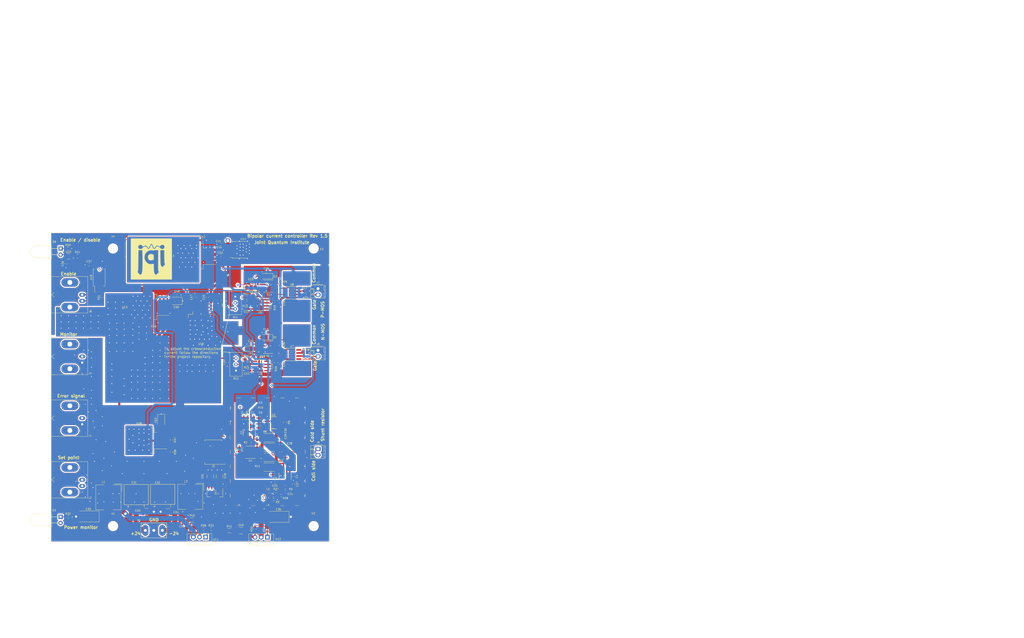
<source format=kicad_pcb>
(kicad_pcb (version 20221018) (generator pcbnew)
  (layers (0 "F.Cu" signal) (1 "In1.Cu" signal) (2 "In2.Cu" signal) (31 "B.Cu" signal) (34 "B.Paste" user) (35 "F.Paste" user) (36 "B.SilkS" user "B.Silkscreen") (37 "F.SilkS" user "F.Silkscreen") (38 "B.Mask" user) (39 "F.Mask" user) (44 "Edge.Cuts" user))
  (net 0 "")
  (net 1 "+15V")
  (net 2 "GND")
  (net 3 "-15V")
  (net 4 "-2V5")
  (net 5 "+2V5")
  (net 6 "-5V")
  (net 7 "+5V")
  (net 8 "V+")
  (net 9 "V-")
  (net 10 "Net-(D1-K)")
  (net 11 "Net-(D2-K)")
  (net 12 "Net-(D4-A)")
  (net 13 "Net-(D5-A)")
  (net 14 "Net-(J7-Pin_2)")
  (net 15 "+24V")
  (net 16 "-24V")
  (net 17 "Net-(U12-VI)")
  (net 18 "Net-(D6-A)")
  (net 19 "Net-(J1-In)")
  (net 20 "Net-(J2-In)")
  (net 21 "Net-(J2-Ext)")
  (net 22 "Net-(J4-In)")
  (net 23 "U1-")
  (net 24 "Net-(J5-Pin_3)")
  (net 27 "Net-(J5-Pin_6)")
  (net 28 "Digital_control")
  (net 29 "Net-(J8-Pin_2)")
  (net 30 "Net-(R1-Pad2)")
  (net 31 "Net-(R2-Pad1)")
  (net 32 "Net-(R2-Pad2)")
  (net 33 "Net-(R5-Pad1)")
  (net 34 "Net-(R5-Pad2)")
  (net 35 "Net-(R6-Pad1)")
  (net 36 "Net-(R6-Pad2)")
  (net 37 "U2")
  (net 38 "U1+")
  (net 39 "Net-(R10-Pad2)")
  (net 40 "Net-(R11-Pad2)")
  (net 41 "Net-(U5--)")
  (net 42 "Net-(R13-Pad2)")
  (net 43 "Net-(U6--)")
  (net 44 "Net-(R15-Pad2)")
  (net 45 "Net-(R17-Pad1)")
  (net 46 "Net-(R18-Pad1)")
  (net 47 "Net-(S2-COM1)")
  (net 48 "Net-(S1-COM1)")
  (net 49 "Net-(U7-OUT)")
  (net 50 "Net-(U8-OUT)")
  (net 51 "Net-(U10-IN_A)")
  (net 52 "Net-(U12-ADJ)")
  (net 53 "Net-(U18-ADJ)")
  (net 67 "Net-(U11-VI)")
  (net 68 "Net-(U11-ADJ)")
  (net 69 "Net-(U7-BW)")
  (net 70 "Net-(U8-BW)")
  (net 71 "Net-(U2--)")
  (net 72 "Net-(U2-+)")
  (net 73 "POWER_GND_REF")
  (net 74 "Net-(L3-Pad2)")
  (net 75 "Net-(L4-Pad2)")
  (net 76 "Net-(D3-K)")
  (net 77 "Net-(D6-K)")
  (net 78 "Net-(J6-In)")
  (net 79 "Net-(J6-Ext)")
  (net 80 "Net-(U19-C)")
  (net 82 "Net-(C39-Pad2)")
  (net 83 "Net-(C40-Pad1)")
  (footprint "Resistor_SMD:R_0805_2012Metric" (layer "F.Cu") (at 143.922977 54.101451 180)
    (fp_text reference "R13")
    (fp_text value "18.2k")
  )
  (footprint "MountingHole:MountingHole_4mm" (layer "F.Cu") (at 88.9 146.05)
    (fp_text reference "H1")
    (fp_text value "MountingHole")
  )
  (footprint "Capacitor_SMD:C_1210_3225Metric" (layer "F.Cu") (at 128.908093 125.554306 90)
    (fp_text reference "C51")
    (fp_text value "10uF")
  )
  (footprint "Resistor_SMD:R_0603_1608Metric" (layer "F.Cu") (at 126.069988 147.272713)
    (fp_text reference "R38")
    (fp_text value "120")
  )
  (footprint "Resistor_SMD:R_0603_1608Metric" (layer "F.Cu") (at 112.903 115.544 90)
    (fp_text reference "R36")
    (fp_text value "120")
  )
  (footprint "Resistor_SMD:R_0603_1608Metric" (layer "F.Cu") (at 70.385618 142.23996)
    (fp_text reference "R32")
    (fp_text value "1k")
  )
  (footprint "Resistor_SMD:R_2512_6332Metric" (layer "F.Cu") (at 153.126762 113.603705)
    (fp_text reference "R9")
    (fp_text value "500")
  )
  (footprint "Resistor_SMD:R_0805_2012Metric" (layer "F.Cu") (at 147.527977 51.077426 180)
    (fp_text reference "R17")
    (fp_text value "18.2k")
  )
  (footprint "Capacitor_SMD:C_0603_1608Metric" (layer "F.Cu") (at 135.89405 78.561617 90)
    (fp_text reference "C10")
    (fp_text value "0.1uF")
  )
  (footprint "zKiCadFootprints:TI_SO-PowerPAD-8_ThermalVias" (layer "F.Cu") (at 162.525824 50.015039)
    (fp_text reference "U8")
    (fp_text value "BUF634A")
  )
  (footprint "Resistor_SMD:R_0603_1608Metric" (layer "F.Cu") (at 147.319856 147.331237 -90)
    (fp_text reference "R35")
    (fp_text value "120")
  )
  (footprint "Inductor_SMD:L_0603_1608Metric" (layer "F.Cu") (at 152.904069 131.854347)
    (fp_text reference "L4")
    (fp_text value "1k")
  )
  (footprint "RF_Shielding:Laird_Technologies_BMI-S-210-F_44.00x30.50mm" (layer "F.Cu") (at 152.569433 115.456288 90)
    (fp_text reference "TP1")
    (fp_text value "TestPoint_Small")
  )
  (footprint "zKiCadFootprints:SSO-8_7.62x10.1mm_P2.54mm_Clearance8mm" (layer "F.Cu") (at 130.109599 115.563256 180)
    (fp_text reference "J5")
    (fp_text value "Conn_02x04_Counter_Clockwise")
  )
  (footprint "Capacitor_SMD:C_0603_1608Metric" (layer "F.Cu") (at 157.795599 112.528256 90)
    (fp_text reference "C30")
    (fp_text value "1n")
  )
  (footprint "Resistor_SMD:R_0805_2012Metric" (layer "F.Cu") (at 155.820967 53.187321 -90)
    (fp_text reference "R19")
    (fp_text value "2.2k")
  )
  (footprint "Inductor_SMD:L_TDK_SLF10145" (layer "F.Cu") (at 120.65 133.985 -90)
    (fp_text reference "L2")
    (fp_text value "100uH")
  )
  (footprint "Resistor_SMD:R_0603_1608Metric" (layer "F.Cu") (at 152.374307 147.352951 -90)
    (fp_text reference "R34")
    (fp_text value "1.8k")
  )
  (footprint "Resistor_SMD:R_0603_1608Metric" (layer "F.Cu") (at 144.261759 102.174121 -90)
    (fp_text reference "R1")
    (fp_text value "50")
  )
  (footprint "Resistor_SMD:R_1206_3216Metric" (layer "F.Cu") (at 136.7175 147.955)
    (fp_text reference "R41")
    (fp_text value "30m")
  )
  (footprint "Package_TO_SOT_SMD:TO-252-2" (layer "F.Cu") (at 141.282922 32.283935)
    (fp_text reference "U14")
    (fp_text value "uA7815")
  )
  (footprint "Resistor_SMD:R_0805_2012Metric" (layer "F.Cu") (at 143.920276 51.925154 180)
    (fp_text reference "R14")
    (fp_text value "2.2k")
  )
  (footprint "Capacitor_SMD:C_0603_1608Metric" (layer "F.Cu") (at 146.801211 102.169072 -90)
    (fp_text reference "C2")
    (fp_text value "0.1uF")
  )
  (footprint "zKiCadFootprints:AD8421ARZ-R7" (layer "F.Cu") (at 144.896759 107.422921 90)
    (fp_text reference "U1")
    (fp_text value "AD8421")
  )
  (footprint "Capacitor_SMD:C_0603_1608Metric" (layer "F.Cu") (at 142.669092 102.168524 90)
    (fp_text reference "C1")
    (fp_text value "0.1uF")
  )
  (footprint "zmyfootprint:CAP_polar_220uF" (layer "F.Cu") (at 98.425 133.096 -90)
    (fp_text reference "C31")
    (fp_text value "220uF")
  )
  (footprint "Resistor_SMD:R_0805_2012Metric" (layer "F.Cu") (at 74.209369 34.928979)
    (fp_text reference "R24")
    (fp_text value "200")
  )
  (footprint "Capacitor_SMD:C_0603_1608Metric" (layer "F.Cu") (at 163.144222 128.757056 90)
    (fp_text reference "C27")
    (fp_text value "1n")
  )
  (footprint "Package_TO_SOT_THT:TO-220-3_Vertical" (layer "F.Cu") (at 152.4 150.640058 180)
    (fp_text reference "U12")
    (fp_text value "LM337_TO220")
  )
  (footprint "Capacitor_SMD:C_0603_1608Metric" (layer "F.Cu") (at 159.078599 117.849256 180)
    (fp_text reference "C28")
    (fp_text value "1n")
  )
  (footprint "Resistor_SMD:R_0603_1608Metric" (layer "F.Cu") (at 152.4466 134.316226 90)
    (fp_text reference "R4")
    (fp_text value "1M")
  )
  (footprint "Capacitor_SMD:C_0603_1608Metric" (layer "F.Cu") (at 125.73 28.322 180)
    (fp_text reference "C42")
    (fp_text value "0.33uF")
  )
  (footprint "LOGO" (layer "F.Cu") (at 104.648 36.068)
    (fp_text reference "G***" hide)
    (fp_text value "LOGO" hide)
  )
  (footprint "Connector_Molex:Molex_KK-254_AE-6410-02A_1x02_P2.54mm_Vertical" (layer "F.Cu") (at 173.228 48.26 -90)
    (fp_text reference "J7")
    (fp_text value "P-MOS")
  )
  (footprint "MountingHole:MountingHole_4mm" (layer "F.Cu") (at 88.9 31.75)
    (fp_text reference "H4")
    (fp_text value "MountingHole")
  )
  (footprint "Capacitor_SMD:C_0603_1608Metric" (layer "F.Cu") (at 155.535449 127.979468)
    (fp_text reference "C25")
    (fp_text value "1n")
  )
  (footprint "Resistor_SMD:R_2512_6332Metric" (layer "F.Cu") (at 153.11483 109.603374)
    (fp_text reference "R8")
    (fp_text value "25k")
  )
  (footprint "Capacitor_SMD:C_0603_1608Metric" (layer "F.Cu") (at 115.189 50.8 180)
    (fp_text reference "C48")
    (fp_text value "0.1uF")
  )
  (footprint "Capacitor_SMD:C_0603_1608Metric" (layer "F.Cu") (at 155.42005 124.884019)
    (fp_text reference "C3")
    (fp_text value "0.1uF")
  )
  (footprint "Resistor_SMD:R_0603_1608Metric" (layer "F.Cu") (at 149.565732 103.957748)
    (fp_text reference "R10")
    (fp_text value "50")
  )
  (footprint "Capacitor_SMD:C_0603_1608Metric" (layer "F.Cu") (at 145.529 45.847)
    (fp_text reference "C23")
    (fp_text value "0.1uF")
  )
  (footprint "Resistor_SMD:R_0603_1608Metric" (layer "F.Cu") (at 157.734 71.628 90)
    (fp_text reference "R26")
    (fp_text value "DNP")
  )
  (footprint "Capacitor_SMD:C_1210_3225Metric" (layer "F.Cu") (at 141.531 147.955)
    (fp_text reference "C40")
    (fp_text value "10uF")
  )
  (footprint "Capacitor_SMD:C_0603_1608Metric" (layer "F.Cu") (at 133.304922 34.569935 180)
    (fp_text reference "C43")
    (fp_text value "0.1uF")
  )
  (footprint "Capacitor_SMD:C_0603_1608Metric" (layer "F.Cu") (at 163.129762 125.599783 -90)
    (fp_text reference "C4")
    (fp_text value "0.1uF")
  )
  (footprint "zmyfootprint:Conn_01X03-3.5mm" (layer "F.Cu") (at 105.664 147.828)
    (fp_text reference "P1")
    (fp_text value "CONN_01X03")
  )
  (footprint "Resistor_SMD:R_0805_2012Metric" (layer "F.Cu") (at 159.648881 103.371423 90)
    (fp_text reference "R6")
    (fp_text value "1k")
  )
  (footprint "Resistor_SMD:R_0805_2012Metric" (layer "F.Cu") (at 155.977129 78.697056 -90)
    (fp_text reference "R20")
    (fp_text value "2.2k")
  )
  (footprint "Diode_SMD:D_MiniMELF" (layer "F.Cu") (at 145.729447 73.068233)
    (fp_text reference "D4")
    (fp_text value "D")
  )
  (footprint "Capacitor_SMD:C_1210_3225Metric" (layer "F.Cu") (at 111.457 140.208)
    (fp_text reference "C34")
    (fp_text value "10uF")
  )
  (footprint "LED_THT:LED_D5.0mm_Horizontal_O3.81mm_Z3.0mm" (layer "F.Cu") (at 67.31 31.75 -90)
    (fp_text reference "D6")
    (fp_text value "LED")
  )
  (footprint "Resistor_SMD:R_0805_2012Metric" (layer "F.Cu") (at 144.152811 79.467582 180)
    (fp_text reference "R15")
    (fp_text value "18.2k")
  )
  (footprint "Capacitor_SMD:C_0603_1608Metric" (layer "F.Cu") (at 153.967952 52.484949 -90)
    (fp_text reference "C11")
    (fp_text value "0.1uF")
  )
  (footprint "Capacitor_SMD:C_0603_1608Metric" (layer "F.Cu") (at 151.869835 41.061292)
    (fp_text reference "C16")
    (fp_text value "0.1uF")
  )
  (footprint "Capacitor_Tantalum_SMD:CP_EIA-3528-21_Kemet-B" (layer "F.Cu") (at 108.712 102.5135 -90)
    (fp_text reference "C52")
    (fp_text value "1uF")
  )
  (footprint "zKiCadFootprints:AD8421ARZ-R7" (layer "F.Cu") (at 154.823799 103.498256 180)
    (fp_text reference "U3")
    (fp_text value "AD8421")
  )
  (footprint "Resistor_SMD:R_0603_1608Metric" (layer "F.Cu") (at 112.903 110.591 90)
    (fp_text reference "R37")
    (fp_text value "120")
  )
  (footprint "zKiCadFootprints:TC7SZ125FU,LJ(CT" (layer "F.Cu") (at 70.537302 34.941149 180)
    (fp_text reference "U10")
    (fp_text value "TC7SZ125FU")
  )
  (footprint "Resistor_SMD:R_0603_1608Metric" (layer "F.Cu") (at 70.295 31.75 180)
    (fp_text reference "R39")
    (fp_text value "1k")
  )
  (footprint "Capacitor_SMD:C_0603_1608Metric" (layer "F.Cu") (at 127.634 51.82 90)
    (fp_text reference "C45")
    (fp_text value "0.33uF")
  )
  (footprint "zKiCadFootprints:MAX4656ESA+" (layer "F.Cu") (at 152.707 47.244 180)
    (fp_text reference "S2")
    (fp_text value "MAX4656")
  )
  (footprint "Package_TO_SOT_SMD:TO-263-2" (layer "F.Cu") (at 121.137 34.907 180)
    (fp_text reference "U13")
    (fp_text value "LM7915")
  )
  (footprint "zKiCadFootprints:LT1363CS8#TRPBF" (layer "F.Cu") (at 149.639931 80.110476)
    (fp_text reference "U6")
    (fp_text value "LT1363")
  )
  (footprint "Capacitor_SMD:C_0603_1608Metric" (layer "F.Cu") (at 149.569402 105.551513)
    (fp_text reference "C6")
    (fp_text value "0.1uF")
  )
  (footprint "Capacitor_SMD:C_0603_1608Metric" (layer "F.Cu") (at 144.377184 82.011665)
    (fp_text reference "C14")
    (fp_text value "0.1uF")
  )
  (footprint "Capacitor_SMD:C_0603_1608Metric" (layer "F.Cu") (at 79.038108 38.386246 180)
    (fp_text reference "C37")
    (fp_text value "0.1uF")
  )
  (footprint "Capacitor_SMD:C_0603_1608Metric" (layer "F.Cu") (at 69.569042 37.996362 90)
    (fp_text reference "C26")
    (fp_text value "0.1uF")
  )
  (footprint "Capacitor_SMD:C_0603_1608Metric" (layer "F.Cu") (at 135.636 55.118 90)
    (fp_text reference "C9")
    (fp_text value "0.1uF")
  )
  (footprint "Resistor_SMD:R_0603_1608Metric" (layer "F.Cu") (at 158.070902 133.493984)
    (fp_text reference "R28")
    (fp_text value "33")
  )
  (footprint "Potentiometer_THT:Potentiometer_Bourns_3296W_Vertical" (layer "F.Cu") (at 139.197249 51.558848 90)
    (fp_text reference "RV1")
    (fp_text value "1k")
  )
  (footprint "Connector_Molex:Molex_KK-254_AE-6410-02A_1x02_P2.54mm_Vertical" (layer "F.Cu") (at 173.228 73.66 -90)
    (fp_text reference "J8")
    (fp_text value "N-MOS")
  )
  (footprint "MountingHole:MountingHole_4mm" (layer "F.Cu") (at 171.45 31.75)
    (fp_text reference "H3")
    (fp_text value "MountingHole")
  )
  (footprint "Resistor_SMD:R_0603_1608Metric" (layer "F.Cu") (at 157.747048 46.210511 90)
    (fp_text reference "R25")
    (fp_text value "DNP")
  )
  (footprint "zKiCadFootprints:MAX4656ESA+" (layer "F.Cu") (at 152.647372 72.43019 180)
    (fp_text reference "S1")
    (fp_text value "MAX4656")
  )
  (footprint "zKiCadFootprints:BNC_Amphenol_B6252HB-NPP3G-50_Horizontal_mount_float" (layer "F.Cu") (at 76.2 101.6 90)
    (fp_text reference "J1")
    (fp_text value "Error signal")
  )
  (footprint "zmyfootprint:CAP_polar_220uF" (layer "F.Cu") (at 109.295 132.999016 -90)
    (fp_text reference "C32")
    (fp_text value "220uF")
  )
  (footprint "Capacitor_SMD:C_0603_1608Metric" (layer "F.Cu") (at 157.824633 79.413388 -90)
    (fp_text reference "C20")
    (fp_text value "0.1uF")
  )
  (footprint "Capacitor_SMD:C_0603_1608Metric" (layer "F.Cu") (at 157.795599 115.576256 90)
    (fp_text reference "C29")
    (fp_text value "10n")
  )
  (footprint "zKiCadFootprints:OPA388IDR" (layer "F.Cu") (at 145.40855 115.661361 180)
    (fp_text reference "U4")
    (fp_text value "OPA388")
  )
  (footprint "Capacitor_SMD:C_1210_3225Metric" (layer "F.Cu") (at 102.665 140.208)
    (fp_text reference "C33")
    (fp_text value "10uF")
  )
  (footprint "Capacitor_SMD:C_0603_1608Metric" (layer "F.Cu") (at 148.143599 111.334568 90)
    (fp_text reference "C7")
    (fp_text value "0.1uF")
  )
  (footprint "zKiCadFootprints:BNC_Amphenol_B6252HB-NPP3G-50_Horizontal_mount_float" (layer "F.Cu") (at 76.2 127 90)
    (fp_text reference "J2")
    (fp_text value "Set point")
  )
  (footprint "Resistor_SMD:R_0805_2012Metric" (layer "F.Cu") (at 147.747781 76.300476 180)
    (fp_text reference "R18")
    (fp_text value "18.2k")
  )
  (footprint "Resistor_SMD:R_0603_1608Metric" (layer "F.Cu") (at 168.085 76.2 180)
    (fp_text reference "R23")
    (fp_text value "1")
  )
  (footprint "Capacitor_SMD:C_1210_3225Metric" (layer "F.Cu") (at 132.73289 125.593699 90)
    (fp_text reference "C49")
    (fp_text value "10uF")
  )
  (footprint "Diode_SMD:D_MiniMELF" (layer "F.Cu") (at 145.697 47.879)
    (fp_text reference "D5")
    (fp_text value "D")
  )
  (footprint "Capacitor_SMD:C_0603_1608Metric" (layer "F.Cu") (at 168.085328 49.229217 180)
    (fp_text reference "C17")
    (fp_text value "0.1uF")
  )
  (footprint "Capacitor_SMD:C_0603_1608Metric" (layer "F.Cu") (at 143.891 56.642)
    (fp_text reference "C12")
    (fp_text value "0.1uF")
  )
  (footprint "zKiCadFootprints:TI_SO-PowerPAD-8_ThermalVias" (layer "F.Cu") (at 162.507527 75.382822)
    (fp_text reference "U7")
    (fp_text value "BUF634A")
  )
  (footprint "Package_TO_SOT_THT:TO-220-3_Vertical" (layer "F.Cu") (at 127 150.561586 180)
    (fp_text reference "U11")
    (fp_text value "LM338")
  )
  (footprint "Resistor_SMD:R_0603_1608Metric" (layer "F.Cu") (at 145.794599 112.062434 180)
    (fp_text reference "R2")
    (fp_text value "200")
  )
  (footprint "Inductor_SMD:L_0603_1608Metric" (layer "F.Cu") (at 154.930204 133.486256)
    (fp_text reference "L3")
    (fp_text value "1k")
  )
  (footprint "Capacitor_SMD:C_0603_1608Metric" (layer "F.Cu") (at 132.969 32.356627 180)
    (fp_text reference "C44")
    (fp_text value "0.1uF")
  )
  (footprint "Resistor_SMD:R_0603_1608Metric" (layer "F.Cu") (at 129.221562 147.246355)
    (fp_text reference "R33")
    (fp_text value "1.8k")
  )
  (footprint "Diode_SMD:D_MiniMELF" (layer "F.Cu") (at 152.024566 68.324454 180)
    (fp_text reference "D1")
    (fp_text value "D")
  )
  (footprint "Diode_SMD:D_MiniMELF" (layer "F.Cu") (at 152.042449 43.125585 180)
    (fp_text reference "D2")
    (fp_text value "D")
  )
  (footprint "Capacitor_SMD:C_0603_1608Metric" (layer "F.Cu") (at 145.586062 71.085773 180)
    (fp_text reference "C22")
    (fp_text value "0.1uF")
  )
  (footprint "Capacitor_SMD:C_0603_1608Metric" (layer "F.Cu") (at 151.783566 66.292454 180)
    (fp_text reference "C15")
    (fp_text value "0.1uF")
  )
  (footprint "MountingHole:MountingHole_4mm" (layer "F.Cu") (at 171.45 146.05)
    (fp_text reference "H2")
    (fp_text value "MountingHole")
  )
  (footprint "Resistor_SMD:R_0805_2012Metric" (layer "F.Cu") (at 159.713067 130.076091)
    (fp_text reference "R5")
    (fp_text value "DNP")
  )
  (footprint "Capacitor_SMD:C_0603_1608Metric" (layer "F.Cu") (at 149.624999 101.593256)
    (fp_text reference "C5")
    (fp_text value "0.1uF")
  )
  (footprint "Resistor_SMD:R_2512_6332Metric" (layer "F.Cu") (at 153.104303 121.777544)
    (fp_text reference "R11")
    (fp_text value "25k")
  )
  (footprint "Potentiometer_THT:Potentiometer_Bourns_3296W_Vertical" (layer "F.Cu") (at 139.467129 81.999056 -90)
    (fp_text reference "RV2")
    (fp_text value "1k")
  )
  (footprint "Resistor_SMD:R_0603_1608Metric" (layer "F.Cu") (at 154.945871 135.118164)
    (fp_text reference "R3")
    (fp_text value "50")
  )
  (footprint "Resistor_SMD:R_0603_1608Metric" (layer "F.Cu") (at 84.455 51.88 90)
    (fp_text reference "R31")
    (fp_text value "1k")
  )
  (footprint "Capacitor_SMD:C_0603_1608Metric" (layer "F.Cu") (at 140.834358 114.560258 -90)
    (fp_text reference "C8")
    (fp_text value "0.1uF")
  )
  (footprint "Capacitor_SMD:C_0603_1608Metric" (layer "F.Cu") (at 159.733633 131.909895)
    (fp_text reference "C24")
    (fp_text value "10n")
  )
  (footprint "Resistor_SMD:R_1206_3216Metric" (layer "F.Cu") (at 121.4775 143.51)
    (fp_text reference "R40")
    (fp_text value "30m")
  )
  (footprint "Package_SO:SSO-6_6.8x4.6mm_P1.27mm_Clearance8mm" (layer "F.Cu") (at 83.185 43.725 90)
    (fp_text reference "U19")
    (fp_text value "FOD8482TR2")
  )
  (footprint "Inductor_SMD:L_TDK_SLF10145" (layer "F.Cu") (at 86.995 134.225 -90)
    (fp_text reference "L1")
    (fp_text value "100uH")
  )
  (footprint "Resistor_SMD:R_2512_6332Metric" (layer "F.Cu") (at 153.104303 117.713544)
    (fp_text reference "R12")
    (fp_text value "500")
  )
  (footprint "Resistor_SMD:R_0603_1608Metric" (layer "F.Cu") (at 156.055659 131.873105)
    (fp_text reference "R27")
    (fp_text value "33")
  )
  (footprint "Capacitor_SMD:C_0603_1608Metric" (layer "F.Cu") (at 168.084705 74.659132 180)
    (fp_text reference "C18")
    (fp_text value "0.1uF")
  )
  (footprint "Resistor_SMD:R_0603_1608Metric" (layer "F.Cu") (at 168.098048 50.782511 180)
    (fp_text reference "R22")
    (fp_text value "1")
  )
  (footprint "Resistor_SMD:R_0805_2012Metric" (layer "F.Cu") (at 144.165479 77.390002 180)
    (fp_text reference "R16")
    (fp_text value "2.2k")
  )
  (footprint "zKiCadFootprints:LT1363CS8#TRPBF" (layer "F.Cu") (at 149.346719 54.737)
    (fp_text reference "U5")
    (fp_text value "LT1363")
  )
  (footprint "Capacitor_SMD:C_0603_1608Metric" (layer "F.Cu") (at 105.658 62.357 180)
    (fp_text reference "C46")
    (fp_text value "0.33uF")
  )
  (footprint "Capacitor_SMD:C_0603_1608Metric" (layer "F.Cu") (at 122.554 51.82 90)
    (fp_text reference "C47")
    (fp_text value "0.1uF")
  )
  (footprint "Capacitor_Tantalum_SMD:CP_EIA-7343-43_Kemet-X" (layer "F.Cu") (at 78.74 142.113 180)
    (fp_text reference "C35")
    (fp_text value "47uF")
  )
  (footprint "zKiCadFootprints:BNC_Amphenol_B6252HB-NPP3G-50_Horizontal_mount_float" (layer "F.Cu") (at 76.2 50.8 90)
    (fp_text reference "J6")
    (fp_text value "Enable")
  )
  (footprint "Capacitor_SMD:C_0603_1608Metric" (layer "F.Cu") (at 154.137814 77.751111 -90)
    (fp_text reference "C13")
    (fp_text value "0.1uF")
  )
  (footprint "Package_TO_SOT_SMD:TO-263-3_TabPin2" (layer "F.Cu") (at 101.08 110.89 180)
    (fp_text reference "U18")
    (fp_text value "LM337_TO220")
  )
  (footprint "Package_TO_SOT_SMD:TO-263-3_TabPin2" (layer "F.Cu") (at 125.075 63.656 -90)
    (fp_text reference "U16")
    (fp_text value "LM7805")
  )
  (footprint "Capacitor_Tantalum_SMD:CP_EIA-7343-43_Kemet-X" (layer "F.Cu") (at 156.9075 142.24 180)
    (fp_text reference "C36")
    (fp_text value "47uF")
  )
  (footprint "Connector_Molex:Molex_KK-254_AE-6410-02A_1x02_P2.54mm_Vertical" (layer "F.Cu") (at 173.228 114.3 -90)
    (fp_text reference "J9")
    (fp_text value "Shunt resistor")
  )
  (footprint "zKiCadFootprints:TL1963ADCQR" (layer "F.Cu") (at 130.81 132.25 -90)
    (fp_text reference "U17")
    (fp_text value "TL1963A")
  )
  (footprint "zKiCadFootprints:AD8421ARZ-R7" (layer "F.Cu") (at 159.691303 125.511344 90)
    (fp_text reference "U2")
    (fp_text value "AD8421")
  )
  (footprint "Package_TO_SOT_SMD:TO-263-2" (layer "F.Cu") (at 102.115 55.869 180)
    (fp_text reference "U15")
    (fp_text value "LM7905")
  )
  (footprint "Capacitor_Tantalum_SMD:CP_EIA-3528-21_Kemet-B" (layer "F.Cu") (at 114.935 53.329 180)
    (fp_text reference "C50")
    (fp_text value "1uF")
  )
  (footprint "Capacitor_SMD:C_0603_1608Metric" (layer "F.Cu") (at 133.317922 29.997935 180)
    (fp_text reference "C41")
    (fp_text value "0.33uF")
  )
  (footprint "Capacitor_SMD:C_0603_1608Metric" (layer "F.Cu") (at 157.822898 54.057276 -90)
    (fp_text reference "C19")
    (fp_text value "0.1uF")
  )
  (footprint "LED_THT:LED_D5.0mm_Horizontal_O3.81mm_Z3.0mm" (layer "F.Cu") (at 67.31 142.24 -90)
    (fp_text reference "D3")
    (fp_text value "LED")
  )
  (footprint "zKiCadFootprints:BNC_Amphenol_B6252HB-NPP3G-50_Horizontal_mount_float" (layer "F.Cu") (at 76.2 76.2 90)
    (fp_text reference "J4")
    (fp_text value "Monitor")
  )
  (footprint "Capacitor_SMD:C_1210_3225Metric" (layer "F.Cu") (at 120.596486 146.788354 180)
    (fp_text reference "C39")
    (fp_text value "10uF")
  )
  (gr_line (start 136.927129 74.574056) (end 136.599523 74.170908) (stroke (width 0.15)) (layer "F.SilkS"))
  (gr_line (start 136.667249 58.983848) (end 136.334897 59.237484) (stroke (width 0.15)) (layer "F.SilkS"))
  (gr_line (start 136.667249 58.983848) (end 136.833424 59.359929) (stroke (width 0.15)) (layer "F.SilkS"))
  (gr_line (start 136.927129 74.574056) (end 136.503316 74.809372) (stroke (width 0.15)) (layer "F.SilkS"))
  (gr_line (start 133.604 72.136) (end 136.667249 58.983848) (stroke (width 0.15)) (layer "F.SilkS"))
  (gr_line (start 133.096 74.168) (end 136.927129 74.574056) (stroke (width 0.15)) (layer "F.SilkS"))
  (gr_line (start 63.5 25.4) (end 63.5 152.4) (stroke (width 0.1)) (layer "Edge.Cuts"))
  (gr_line (start 63.5 25.4) (end 177.8 25.4) (stroke (width 0.1)) (layer "Edge.Cuts"))
  (gr_line (start 63.5 152.4) (end 177.8 152.4) (stroke (width 0.1)) (layer "Edge.Cuts"))
  (gr_line (start 177.8 152.4) (end 177.8 25.4) (stroke (width 0.1)) (layer "Edge.Cuts"))
  (gr_text "Bipolar current controller Rev 1.5" (at 143.960076 27.320646) (layer "F.SilkS") (effects (font (size 1.27 1.27) (thickness 0.254) bold) (justify left bottom)))
  (gr_text "Common" (at 171.498629 41.789021 90) (layer "F.SilkS") (effects (font (size 1.27 1.27) (thickness 0.254))))
  (gr_text "Gate" (at 171.704 54.864 90) (layer "F.SilkS") (effects (font (size 1.27 1.27) (thickness 0.254))))
  (gr_text "Coil side" (at 172.094364 127.707312 90) (layer "F.SilkS") (effects (font (size 1.27 1.27) (thickness 0.254) bold) (justify left bottom)))
  (gr_text "Power monitor" (at 68.58 147.32) (layer "F.SilkS") (effects (font (size 1.27 1.27) (thickness 0.254) bold) (justify left bottom)))
  (gr_text "-24" (at 111.76 149.86) (layer "F.SilkS") (effects (font (size 1.27 1.27) (thickness 0.254) bold) (justify left bottom)))
  (gr_text "Common" (at 171.60041 67.234239 90) (layer "F.SilkS") (effects (font (size 1.27 1.27) (thickness 0.254))))
  (gr_text "Gate" (at 171.963517 80.063759 90) (layer "F.SilkS") (effects (font (size 1.27 1.27) (thickness 0.254))))
  (gr_text "+24" (at 96.012 149.86) (layer "F.SilkS") (effects (font (size 1.27 1.27) (thickness 0.254) bold) (justify left bottom)))
  (gr_text "Cold side" (at 171.564256 111.686248 90) (layer "F.SilkS") (effects (font (size 1.27 1.27) (thickness 0.254) bold) (justify left bottom)))
  (gr_text "GND\n" (at 103.632 144.272) (layer "F.SilkS") (effects (font (size 1.27 1.27) (thickness 0.254) bold) (justify left bottom)))
  (gr_text "Enable / disable" (at 67.056 28.956) (layer "F.SilkS") (effects (font (size 1.27 1.27) (thickness 0.254) bold) (justify left bottom)))
  (gr_text "To adjust the crossconduction\ncurrent follow the directions\nin the project repository.\n" (at 109.908511 76.878163) (layer "F.SilkS") (effects (font (size 1.016 1.016) (thickness 0.127)) (justify left bottom)))
  (gr_text "Joint Quantum Institute" (at 146.812 29.972) (layer "F.SilkS") (effects (font (size 1.27 1.27) (thickness 0.254) bold) (justify left bottom)))
  (segment (start 143.764 107.188) (end 143.078801 106.502801) (width 0.508) (layer "F.Cu") (net 1))
  (segment (start 156.288731 124.902977) (end 157.17637 124.902977) (width 0.508) (layer "F.Cu") (net 1))
  (segment (start 127.634 55.987) (end 127.615 56.006) (width 0.889) (layer "F.Cu") (net 1))
  (segment (start 142.991759 104.959121) (end 142.991759 106.498858) (width 0.508) (layer "F.Cu") (net 1))
  (segment (start 150.902524 79.475476) (end 150.876 79.502) (width 0.508) (layer "F.Cu") (net 1))
  (segment (start 157.17637 124.902977) (end 157.601796 124.902977) (width 0.508) (layer "F.Cu") (net 1))
  (segment (start 143.078801 106.502801) (end 142.995702 106.502801) (width 0.508) (layer "F.Cu") (net 1))
  (segment (start 154.137814 79.161186) (end 153.797 79.502) (width 0.508) (layer "F.Cu") (net 1))
  (segment (start 166.624 74.747822) (end 167.221015 74.747822) (width 0.508) (layer "F.Cu") (net 1))
  (segment (start 129.159 48.768) (end 129.159 54.61) (width 0.889) (layer "F.Cu") (net 1))
  (segment (start 127.634 52.595) (end 127.634 55.987) (width 0.889) (layer "F.Cu") (net 1))
  (segment (start 151.892 106.68) (end 149.352 106.68) (width 0.508) (layer "F.Cu") (net 1))
  (segment (start 142.667004 104.634366) (end 142.991759 104.959121) (width 0.508) (layer "F.Cu") (net 1))
  (segment (start 142.669092 103.920715) (end 142.667004 103.922803) (width 0.508) (layer "F.Cu") (net 1))
  (segment (start 166.624 74.747822) (end 166.624 74.168) (width 0.508) (layer "F.Cu") (net 1))
  (segment (start 157.17637 124.902977) (end 157.786303 124.293044) (width 0.508) (layer "F.Cu") (net 1))
  (segment (start 152.103731 79.475476) (end 150.902524 79.475476) (width 0.508) (layer "F.Cu") (net 1))
  (segment (start 153.797 79.502) (end 153.770476 79.475476) (width 0.508) (layer "F.Cu") (net 1))
  (segment (start 136.242922 34.563935) (end 136.242922 41.684078) (width 0.889) (layer "F.Cu") (net 1))
  (segment (start 167.386 73.406) (end 167.386 73.279) (width 0.508) (layer "F.Cu") (net 1))
  (segment (start 154.137814 78.526111) (end 154.137814 79.161186) (width 0.508) (layer "F.Cu") (net 1))
  (segment (start 152.359999 105.403256) (end 152.359999 106.212001) (width 0.508) (layer "F.Cu") (net 1))
  (segment (start 136.242922 41.684078) (end 129.159 48.768) (width 0.889) (layer "F.Cu") (net 1))
  (segment (start 129.159 57.404) (end 128.143 57.404) (width 0.508) (layer "F.Cu") (net 1))
  (segment (start 149.352 106.68) (end 148.844 107.188) (width 0.508) (layer "F.Cu") (net 1))
  (segment (start 142.667004 103.922803) (end 142.667004 104.634366) (width 0.508) (layer "F.Cu") (net 1))
  (segment (start 165.301527 74.747822) (end 166.624 74.747822) (width 0.508) (layer "F.Cu") (net 1))
  (segment (start 142.991759 106.498858) (end 142.995702 106.502801) (width 0.508) (layer "F.Cu") (net 1))
  (segment (start 166.624 74.168) (end 167.386 73.406) (width 0.508) (layer "F.Cu") (net 1))
  (segment (start 129.159 54.61) (end 128.195553 54.61) (width 0.508) (layer "F.Cu") (net 1))
  (segment (start 152.359999 106.212001) (end 151.892 106.68) (width 0.508) (layer "F.Cu") (net 1))
  (segment (start 134.079922 34.569935) (end 136.236922 34.569935) (width 0.508) (layer "F.Cu") (net 1))
  (segment (start 127.616 56.007) (end 127.615 56.006) (width 0.889) (layer "F.Cu") (net 1))
  (segment (start 136.236922 34.569935) (end 136.242922 34.563935) (width 0.508) (layer "F.Cu") (net 1))
  (segment (start 148.844 107.188) (end 143.764 107.188) (width 0.508) (layer "F.Cu") (net 1))
  (segment (start 157.601796 124.902977) (end 157.982938 125.284119) (width 0.508) (layer "F.Cu") (net 1))
  (segment (start 152.359999 105.403256) (end 150.492659 105.403256) (width 0.3048) (layer "F.Cu") (net 1))
  (segment (start 142.669092 102.943524) (end 142.669092 103.920715) (width 0.508) (layer "F.Cu") (net 1))
  (segment (start 129.159 56.007) (end 127.616 56.007) (width 0.508) (layer "F.Cu") (net 1))
  (segment (start 153.770476 79.475476) (end 152.103731 79.475476) (width 0.508) (layer "F.Cu") (net 1))
  (segment (start 167.221015 74.747822) (end 167.309705 74.659132) (width 0.508) (layer "F.Cu") (net 1))
  (segment (start 157.786303 124.293044) (end 157.786303 123.047544) (width 0.508) (layer "F.Cu") (net 1))
  (segment (start 150.492659 105.403256) (end 150.344402 105.551513) (width 0.3048) (layer "F.Cu") (net 1))
  (via (at 150.876 79.502) (size 0.889) (drill 0.381) (layers "F.Cu" "B.Cu") (net 1))
  (via (at 167.386 73.279) (size 0.889) (drill 0.381) (layers "F.Cu" "B.Cu") (net 1))
  (via (at 154.178 88.138) (size 0.889) (drill 0.381) (layers "F.Cu" "B.Cu") (net 1))
  (via (at 129.159 54.61) (size 0.8) (drill 0.4) (layers "F.Cu" "B.Cu") (net 1))
  (via (at 129.159 57.404) (size 0.8) (drill 0.4) (layers "F.Cu" "B.Cu") (net 1))
  (via (at 157.982938 125.284119) (size 0.8) (drill 0.4) (layers "F.Cu" "B.Cu") (net 1))
  (via (at 142.995702 106.502801) (size 0.8) (drill 0.4) (layers "F.Cu" "B.Cu") (net 1))
  (via (at 142.667004 103.922803) (size 0.889) (drill 0.381) (layers "F.Cu" "B.Cu") (net 1))
  (via (at 149.86 87.503) (size 0.889) (drill 0.381) (layers "F.Cu" "B.Cu") (net 1))
  (via (at 129.159 56.007) (size 0.8) (drill 0.4) (layers "F.Cu" "B.Cu") (net 1))
  (segment (start 149.86 87.503) (end 146.939 90.424) (width 0.889) (layer "B.Cu") (net 1))
  (segment (start 129.159 57.404) (end 131.826 60.071) (width 0.889) (layer "B.Cu") (net 1))
  (segment (start 129.159 54.61) (end 129.159 56.007) (width 0.889) (layer "B.Cu") (net 1))
  (segment (start 171.196 77.216) (end 170.18 76.2) (width 0.889) (layer "B.Cu") (net 1))
  (segment (start 129.159 56.007) (end 129.159 57.404) (width 0.889) (layer "B.Cu") (net 1))
  (segment (start 150.876 79.502) (end 150.241 79.502) (width 0.508) (layer "B.Cu") (net 1))
  (segment (start 149.86 79.883) (end 149.86 87.503) (width 0.889) (layer "B.Cu") (net 1))
  (segment (start 167.64 76.2) (end 167.386 75.946) (width 0.889) (layer "B.Cu") (net 1))
  (segment (start 170.18 76.2) (end 167.64 76.2) (width 0.889) (layer "B.Cu") (net 1))
  (segment (start 167.386 75.946) (end 167.386 73.279) (width 0.889) (layer "B.Cu") (net 1))
  (segment (start 171.196 85.344) (end 171.196 77.216) (width 0.889) (layer "B.Cu") (net 1))
  (segment (start 131.826 65.151) (end 141.986 75.311) (width 0.889) (layer "B.Cu") (net 1))
  (segment (start 154.178 88.138) (end 168.402 88.138) (width 0.889) (layer "B.Cu") (net 1))
  (segment (start 141.986 75.311) (end 143.256 75.311) (width 0.889) (layer "B.Cu") (net 1))
  (segment (start 146.05 78.105) (end 146.05 79.248) (width 0.889) (layer "B.Cu") (net 1))
  (segment (start 143.256 75.311) (end 146.05 78.105) (width 0.889) (layer "B.Cu") (net 1))
  (segment (start 131.826 60.071) (end 131.826 65.151) (width 0.889) (layer "B.Cu") (net 1))
  (segment (start 146.05 79.248) (end 149.225 79.248) (width 0.889) (layer "B.Cu") (net 1))
  (segment (start 149.225 79.248) (end 149.86 79.883) (width 0.889) (layer "B.Cu") (net 1))
  (segment (start 150.241 79.502) (end 149.86 79.883) (width 0.508) (layer "B.Cu") (net 1))
  (segment (start 168.402 88.138) (end 171.196 85.344) (width 0.889) (layer "B.Cu") (net 1))
  (segment (start 146.939 90.424) (end 146.939 92.456) (width 0.889) (layer "B.Cu") (net 1))
  (segment (start 122.554 50.166) (end 122.555 50.165) (width 0.508) (layer "F.Cu") (net 2))
  (segment (start 107.072 58.409) (end 107.061 58.42) (width 0.508) (layer "F.Cu") (net 2))
  (segment (start 127.38 28.322) (end 127.381 28.321) (width 0.508) (layer "F.Cu") (net 2))
  (segment (start 150.193327 66.292454) (end 150.18837 66.297411) (width 0.3048) (layer "F.Cu") (net 2))
  (segment (start 109.765 58.409) (end 107.072 58.409) (width 0.508) (layer "F.Cu") (net 2))
  (segment (start 144.226922 35.966935) (end 144.226922 33.817935) (width 0.508) (layer "F.Cu") (net 2))
  (segment (start 104.193674 140.154326) (end 104.14 140.208) (width 0.889) (layer "F.Cu") (net 2))
  (segment (start 160.522993 117.849256) (end 160.552198 117.820051) (width 0.508) (layer "F.Cu") (net 2))
  (segment (start 109.765 58.409) (end 112.384 58.409) (width 0.508) (layer "F.Cu") (net 2))
  (segment (start 143.882731 45.847) (end 143.881837 45.847894) (width 0.508) (layer "F.Cu") (net 2))
  (segment (start 132.542922 29.997935) (end 131.653922 29.997935) (width 0.508) (layer "F.Cu") (net 2))
  (segment (start 155.770871 135.118164) (end 156.480234 135.118164) (width 0.508) (layer "F.Cu") (net 2))
  (segment (start 116.4725 53.329) (end 117.591 53.329) (width 0.508) (layer "F.Cu") (net 2))
  (segment (start 153.622816 102.880105) (end 152.376848 102.880105) (width 0.508) (layer "F.Cu") (net 2))
  (segment (start 157.824633 80.188388) (end 157.824633 81.075331) (width 0.508) (layer "F.Cu") (net 2))
  (segment (start 75.6275 142.113) (end 73.692195 142.113) (width 0.889) (layer "F.Cu") (net 2))
  (segment (start 109.928326 140.154326) (end 109.982 140.208) (width 0.889) (layer "F.Cu") (net 2))
  (segment (start 148.090435 101.593256) (end 148.065187 101.568008) (width 0.508) (layer "F.Cu") (net 2))
  (segment (start 169.655132 74.659132) (end 169.672 74.676) (width 0.508) (layer "F.Cu") (net 2))
  (segment (start 126.505 28.322) (end 127.38 28.322) (width 0.508) (layer "F.Cu") (net 2))
  (segment (start 144.811062 71.085773) (end 143.945586 71.085773) (width 0.508) (layer "F.Cu") (net 2))
  (segment (start 140.864945 35.966935) (end 140.864945 34.756912) (width 0.508) (layer "F.Cu") (net 2))
  (segment (start 153.967952 51.709949) (end 153.967952 50.835464) (width 0.508) (layer "F.Cu") (net 2))
  (segment (start 155.122372 71.79519) (end 153.681598 71.79519) (width 0.508) (layer "F.Cu") (net 2))
  (segment (start 125.075 56.006) (end 125.075 58.654) (width 0.508) (layer "F.Cu") (net 2))
  (segment (start 69.569042 39.676042) (end 69.568574 39.67651) (width 0.3048) (layer "F.Cu") (net 2))
  (segment (start 153.960059 127.979467) (end 154.760448 127.979467) (width 0.508) (layer "F.Cu") (net 2))
  (segment (start 73.692195 142.113) (end 73.676179 142.129016) (width 0.889) (layer "F.Cu") (net 2))
  (segment (start 71.210618 142.23996) (end 72.096516 142.23996) (width 0.508) (layer "F.Cu") (net 2))
  (segment (start 141.178922 34.442935) (end 140.864945 34.128958) (width 0.508) (layer "F.Cu") (net 2))
  (segment (start 160.02 142.24) (end 162.052 142.24) (width 0.889) (layer "F.Cu") (net 2))
  (segment (start 151.008566 66.292454) (end 150.193327 66.292454) (width 0.3048) (layer "F.Cu") (net 2))
  (segment (start 142.73716 82.011665) (end 142.736481 82.010986) (width 0.508) (layer "F.Cu") (net 2))
  (segment (start 152.376848 102.880105) (end 152.359999 102.863256) (width 0.508) (layer "F.Cu") (net 2))
  (segment (start 143.945586 71.085773) (end 143.926731 71.066918) (width 0.508) (layer "F.Cu") (net 2))
  (segment (start 144.226922 30.749935) (end 144.217922 30.758935) (width 0.508) (layer "F.Cu") (net 2))
  (segment (start 71.12 31.75) (end 71.895479 31.75) (width 0.3048) (layer "F.Cu") (net 2))
  (segment (start 146.801211 101.394072) (end 146.801211 100.599231) (width 0.508) (layer "F.Cu") (net 2))
  (segment (start 142.669092 100.604393) (end 142.675532 100.597953) (width 0.508) (layer "F.Cu") (net 2))
  (segment (start 78.263108 38.386246) (end 77.383838 38.386246) (width 0.3048) (layer "F.Cu") (net 2))
  (segment (start 140.834358 113.01609) (end 140.828404 113.010136) (width 0.508) (layer "F.Cu") (net 2))
  (segment (start 125.075 56.006) (end 125.075 53.36) (width 0.508) (layer "F.Cu") (net 2))
  (segment (start 145.53877 106.172043) (end 145.53877 104.966132) (width 0.508) (layer "F.Cu") (net 2))
  (segment (start 153.837991 124.884019) (end 153.83001 124.876038) (width 0.508) (layer "F.Cu") (net 2))
  (segment (start 163.144222 126.389243) (end 163.129762 126.374783) (width 0.508) (layer "F.Cu") (net 2))
  (segment (start 155.182 46.609) (end 156.56869 46.609) (width 0.508) (layer "F.Cu") (net 2))
  (segment (start 145.767302 80.745476) (end 145.767247 80.745421) (width 0.508) (layer "F.Cu") (net 2))
  (segment (start 144.226922 28.600935) (end 143.718922 30.632935) (width 0.508) (layer "F.Cu") (net 2))
  (segment (start 157.822898 54.832276) (end 157.822898 55.742693) (width 0.508) (layer "F.Cu") (net 2))
  (segment (start 152.333044 102.890211) (end 152.359999 102.863256) (width 0.508) (layer "F.Cu") (net 2))
  (segment (start 135.639515 53.399489) (end 135.639515 54.339485) (width 0.508) (layer "F.Cu") (net 2))
  (segment (start 154.760448 127.979467) (end 154.760449 127.979468) (width 0.508) (layer "F.Cu") (net 2))
  (segment (start 156.56869 46.609) (end 156.571504 46.611814) (width 0.3048) (layer "F.Cu") (net 2))
  (segment (start 125.075 53.36) (end 125.095 53.34) (width 0.508) (layer "F.Cu") (net 2))
  (segment (start 133.772373 32.385) (end 133.744 32.356627) (width 0.508) (layer "F.Cu") (net 2))
  (segment (start 135.89 80.264) (end 135.89 79.340667) (width 0.508) (layer "F.Cu") (net 2))
  (segment (start 163.140719 127.231458) (end 163.144222 127.227955) (width 0.508) (layer "F.Cu") (net 2))
  (segment (start 131.445 37.465) (end 128.805 37.465) (width 0.508) (layer "F.Cu") (net 2))
  (segment (start 150.232 49.149) (end 151.606026 49.149) (width 0.508) (layer "F.Cu") (net 2))
  (segment (start 168.860328 49.229217) (end 169.716767 49.229217) (width 0.508) (layer "F.Cu") (net 2))
  (segment (start 148.794402 105.551513) (end 148.038303 105.551513) (width 0.508) (layer "F.Cu") (net 2))
  (segment (start 169.716767 49.229217) (end 169.723832 49.236282) (width 0.508) (layer "F.Cu") (net 2))
  (segment (start 150.446338 41.061292) (end 150.164377 41.343253) (width 0.508) (layer "F.Cu") (net 2))
  (segment (start 135.89 79.340667) (end 135.89405 79.336617) (width 0.508) (layer "F.Cu") (net 2))
  (segment (start 128.805 37.465) (end 128.787 37.447) (width 0.508) (layer "F.Cu") (net 2))
  (segment (start 140.864945 30.755958) (end 141.178922 31.267935) (width 0.508) (layer "F.Cu") (net 2))
  (segment (start 108.458 140.154326) (end 109.928326 140.154326) (width 0.889) (layer "F.Cu") (net 2))
  (segment (start 140.864945 29.683958) (end 141.178922 29.997935) (width 0.508) (layer "F.Cu") (net 2))
  (segment (start 133.604 122.936) (end 133.604 123.571) (width 0.508) (layer "F.Cu") (net 2))
  (segment (start 143.324186 56.642) (end 143.332904 56.633282) (width 0.508) (layer "F.Cu") (net 2))
  (segment (start 141.178922 29.997935) (end 140.864945 30.311912) (width 0.508) (layer "F.Cu") (net 2))
  (segment (start 151.513109 74.33519) (end 151.518744 74.329555) (width 0.508) (layer "F.Cu") (net 2))
  (segment (start 157.795599 110.898627) (end 157.811937 110.882289) (width 0.508) (layer "F.Cu") (net 2))
  (segment (start 150.172372 74.33519) (end 151.513109 74.33519) (width 0.508) (layer "F.Cu") (net 2))
  (segment (start 145.53877 104.966132) (end 145.531759 104.959121) (width 0.508) (layer "F.Cu") (net 2))
  (segment (start 157.822898 55.742693) (end 157.819007 55.746584) (width 0.508) (layer "F.Cu") (net 2))
  (segment (start 140.864945 30.311912) (end 140.864945 30.755958) (width 0.508) (layer "F.Cu") (net 2))
  (segment (start 144.226922 33.817935) (end 144.217922 33.808935) (width 0.508) (layer "F.Cu") (net 2))
  (segment (start 130.81 135.255) (end 130.81 129.245) (width 0.508) (layer "F.Cu") (net 2))
  (segment (start 140.864945 33.811912) (end 140.867922 33.808935) (width 0.508) (layer "F.Cu") (net 2))
  (segment (start 140.864945 34.128958) (end 140.864945 33.811912) (width 0.508) (layer "F.Cu") (net 2))
  (segment (start 168.859705 74.659132) (end 169.655132 74.659132) (width 0.508) (layer "F.Cu") (net 2))
  (segment (start 107.315 62.357) (end 106.433 62.357) (width 0.508) (layer "F.Cu") (net 2))
  (segment (start 128.769 37.465) (end 128.787 37.447) (width 0.508) (layer "F.Cu") (net 2))
  (segment (start 105.664 140.154326) (end 104.193674 140.154326) (width 0.889) (layer "F.Cu") (net 2))
  (segment (start 108.712 100.976) (end 108.712 99.822) (width 0.508) (layer "F.Cu") (net 2))
  (segment (start 145.430495 55.372) (end 145.409742 55.392753) (width 0.508) (layer "F.Cu") (net 2))
  (segment (start 143.602184 82.011665) (end 142.73716 82.011665) (width 0.508) (layer "F.Cu") (net 2))
  (segment (start 84.455 36.968382) (end 84.454402 36.967784) (width 0.3048) (layer "F.Cu") (net 2))
  (segment (start 128.016 122.936) (end 128.016 123.444) (width 0.508) (layer "F.Cu") (net 2))
  (segment (start 117.591 53.329) (end 117.602 53.34) (width 0.508) (layer "F.Cu") (net 2))
  (segment (start 148.143599 110.559568) (end 148.143599 109.68722) (width 0.508) (layer "F.Cu") (net 2))
  (segment (start 148.826453 74.33519) (end 148.826329 74.335314) (width 0.508) (layer "F.Cu") (net 2))
  (segment (start 151.055911 102.890211) (end 152.333044 102.890211) (width 0.508) (layer "F.Cu") (net 2))
  (segment (start 159.853599 117.849256) (end 160.522993 117.849256) (width 0.508) (layer "F.Cu") (net 2))
  (segment (start 127.634 51.045) (end 127.634 50.166) (width 0.508) (layer "F.Cu") (net 2))
  (segment (start 147.178338 80.747683) (end 147.176131 80.745476) (width 0.508) (layer "F.Cu") (net 2))
  (segment (start 134.366 32.385) (end 133.772373 32.385) (width 0.508) (layer "F.Cu") (net 2))
  (segment (start 146.801211 100.599231) (end 146.794145 100.592165) (width 0.508) (layer "F.Cu") (net 2))
  (segment (start 146.882919 55.372) (end 148.266889 55.372) (width 0.508) (layer "F.Cu") (net 2))
  (segment (start 129.54 122.936) (end 129.54 123.444) (width 0.508) (layer "F.Cu") (net 2))
  (segment (start 148.266889 55.372) (end 148.269173 55.369716) (width 0.508) (layer "F.Cu") (net 2))
  (segment (start 143.718922 30.632935) (end 144.226922 30.749935) (width 0.508) (layer "F.Cu") (net 2))
  (segment (start 77.383838 38.386246) (end 77.381114 38.38897) (width 0.3048) (layer "F.Cu") (net 2))
  (segment (start 157.824633 81.075331) (end 157.833805 81.084503) (width 0.508) (layer "F.Cu") (net 2))
  (segment (start 153.967952 50.835464) (end 153.967344 50.834856) (width 0.508) (layer "F.Cu") (net 2))
  (segment (start 156.480234 135.118164) (end 156.517568 135.08083) (width 0.508) (layer "F.Cu") (net 2))
  (segment (start 148.599431 80.747683) (end 147.178338 80.747683) (width 0.508) (layer "F.Cu") (net 2))
  (segment (start 163.144222 127.234961) (end 163.140719 127.231458) (width 0.508) (layer "F.Cu") (net 2))
  (segment (start 163.144222 127.982056) (end 163.144222 127.234961) (width 0.508) (layer "F.Cu") (net 2))
  (segment (start 122.554 51.045) (end 122.554 50.166) (width 0.508) (layer "F.Cu") (net 2))
  (segment (start 147.176131 80.745476) (end 145.767302 80.745476) (width 0.508) (layer "F.Cu") (net 2))
  (segment (start 135.639515 54.339485) (end 135.636 54.343) (width 0.508) (layer "F.Cu") (net 2))
  (segment (start 112.384 58.409) (end 112.395 58.42) (width 0.508) (layer "F.Cu") (net 2))
  (segment (start 145.53877 103.709754) (end 145.53877 104.95211) (width 0.508) (layer "F.Cu") (net 2))
  (segment (start 145.53877 104.95211) (end 145.531759 104.959121) (width 0.508) (layer "F.Cu") (net 2))
  (segment (start 71.895479 31.75) (end 71.897575 31.752096) (width 0.3048) (layer "F.Cu") (net 2))
  (segment (start 84.455 38.355) (end 84.455 36.968382) (width 0.3048) (layer "F.Cu") (net 2))
  (segment (start 155.182 46.609) (end 153.842388 46.609) (width 0.508) (layer "F.Cu") (net 2))
  (segment (start 154.155979 76.067877) (end 154.155979 76.957946) (width 0.508) (layer "F.Cu") (net 2))
  (segment (start 132.529922 34.569935) (end 131.653922 34.569935) (width 0.508) (layer "F.Cu") (net 2))
  (segment (start 72.096516 142.23996) (end 72.09662 142.240064) (width 0.508) (layer "F.Cu") (net 2))
  (segment (start 163.144222 127.227955) (end 163.144222 126.389243) (width 0.508) (layer "F.Cu") (net 2))
  (segment (start 131.826 122.936) (end 131.826 123.571) (width 0.508) (layer "F.Cu") (net 2))
  (segment (start 150.172372 74.33519) (end 148.826453 74.33519) (width 0.508) (layer "F.Cu") (net 2))
  (segment (start 153.842388 46.609) (end 153.840811 46.610577) (width 0.3048) (layer "F.Cu") (net 2))
  (segment (start 127.634 50.166) (end 127.635 50.165) (width 0.508) (layer "F.Cu") (net 2))
  (segment (start 153.681598 71.79519) (end 153.674639 71.788231) (width 0.508) (layer "F.Cu") (net 2))
  (segment (start 144.754 45.847) (end 143.882731 45.847) (width 0.508) (layer "F.Cu") (net 2))
  (segment (start 116.84 50.8) (end 115.964 50.8) (width 0.508) (layer "F.Cu") (net 2))
  (segment (start 148.849999 101.593256) (end 148.090435 101.593256) (width 0.508) (layer "F.Cu") (net 2))
  (segment (start 146.882919 55.372) (end 145.430495 55.372) (width 0.508) (layer "F.Cu") (net 2))
  (segment (start 148.038303 105.551513) (end 148.027762 105.540972) (width 0.508) (layer "F.Cu") (net 2))
  (segment (start 140.864945 34.756912) (end 141.178922 34.442935) (width 0.508) (layer "F.Cu") (net 2))
  (segment (start 154.155979 76.957946) (end 154.137814 76.976111) (width 0.508) (layer "F.Cu") (net 2))
  (segment (start 154.64505 124.884019) (end 153.837991 124.884019) (width 0.508) (layer "F.Cu") (net 2))
  (segment (start 69.569042 38.771362) (end 69.569042 39.676042) (width 0.3048) (layer "F.Cu") (net 2))
  (segment (start 148.143599 109.68722) (end 148.155575 109.675244) (width 0.508) (layer "F.Cu") (net 2))
  (segment (start 84.455 39.618347) (end 84.449347 39.624) (width 0.3048) (layer "F.Cu") (net 2))
  (segment (start 141.178922 31.267935) (end 140.867922 30.758935) (width 0.508) (layer "F.Cu") (net 2))
  (segment (start 142.669092 101.393524) (end 142.669092 100.604393) (width 0.508) (layer "F.Cu") (net 2))
  (segment (start 151.606026 49.149) (end 151.610396 49.15337) (width 0.508) (layer "F.Cu") (net 2))
  (segment (start 84.455 38.355) (end 84.455 39.618347) (width 0.3048) (layer "F.Cu") (net 2))
  (segment (start 126.111 37.465) (end 128.769 37.465) (width 0.508) (layer "F.Cu") (net 2))
  (segment (start 140.834358 113.785258) (end 140.834358 113.01609) (width 0.508) (layer "F.Cu") (net 2))
  (segment (start 157.795599 111.753256) (end 157.795599 110.898627) (width 0.508) (layer "F.Cu") (net 2))
  (segment (start 125.075 58.654) (end 125.095 58.674) (width 0.508) (layer "F.Cu") (net 2))
  (segment (start 151.094835 41.061292) (end 150.446338 41.061292) (width 0.508) (layer "F.Cu") (net 2))
  (segment (start 140.864945 28.641225) (end 140.864945 29.683958) (width 0.508) (layer "F.Cu") (net 2))
  (via (at 151.055911 102.890211) (size 0.635) (drill 0.3556) (layers "F.Cu" "B.Cu") (net 2))
  (via (at 122.936 67.056) (size 0.8) (drill 0.4) (layers "F.Cu" "B.Cu") (net 2))
  (via (at 81.915 110.49) (size 0.635) (drill 0.3556) (layers "F.Cu" "B.Cu") (net 2))
  (via (at 116.84 50.8) (size 0.635) (drill 0.3556) (layers "F.Cu" "B.Cu") (net 2))
  (via (at 135.639515 53.399489) (size 0.635) (drill 0.3556) (layers "F.Cu" "B.Cu") (net 2))
  (via (at 143.718922 33.172935) (size 0.889) (drill 0.381) (layers "F.Cu" "B.Cu") (net 2))
  (via (at 121.92 71.628) (size 0.889) (drill 0.381) (layers "F.Cu" "B.Cu") (net 2))
  (via (at 153.840811 46.610577) (size 0.635) (drill 0.3556) (layers "F.Cu" "B.Cu") (net 2))
  (via (at 167.64 127.508) (size 0.635) (drill 0.3556) (layers "F.Cu" "B.Cu") (net 2))
  (via (at 128.016 71.628) (size 0.889) (drill 0.381) (layers "F.Cu" "B.Cu") (net 2))
  (via (at 77.47 133.985) (size 0.635) (drill 0.3556) (layers "F.Cu" "B.Cu") (net 2))
  (via (at 148.155575 109.675244) (size 0.635) (drill 0.3556) (layers "F.Cu" "B.Cu") (net 2))
  (via (at 85.09 136.0932) (size 0.635) (drill 0.3556) (layers "F.Cu" "B.Cu") (net 2))
  (via (at 142.277096 56.650718) (size 0.635) (drill 0.3556) (layers "F.Cu" "B.Cu") (net 2))
  (via (at 120.015 132.715) (size 0.635) (drill 0.3556) (layers "F.Cu" "B.Cu") (net 2))
  (via (at 81.28 119.38) (size 0.635) (drill 0.3556) (layers "F.Cu" "B.Cu") (net 2))
  (via (at 142.448922 32.537935) (size 0.889) (drill 0.381) (layers "F.Cu" "B.Cu") (net 2))
  (via (at 126.111 37.465) (size 0.635) (drill 0.3556) (layers "F.Cu" "B.Cu") (net 2))
  (via (at 137.1092 140.716) (size 0.635) (drill 0.3556) (layers "F.Cu" "B.Cu") (net 2))
  (via (at 137.354061 102.901414) (size 0.635) (drill 0.3556) (layers "F.Cu" "B.Cu") (net 2))
  (via (at 157.811937 110.882289) (size 0.635) (drill 0.3556) (layers "F.Cu" "B.Cu") (net 2))
  (via (at 160.552198 117.820051) (size 0.635) (drill 0.3556) (layers "F.Cu" "B.Cu") (net 2))
  (via (at 169.723832 49.236282) (size 0.635) (drill 0.3556) (layers "F.Cu" "B.Cu") (net 2))
  (via (at 84.454402 36.967784) (size 0.635) (drill 0.3556) (layers "F.Cu" "B.Cu") (net 2))
  (via (at 120.65 63.246) (size 0.8) (drill 0.4) (layers "F.Cu" "B.Cu") (net 2))
  (via (at 78.105 125.095) (size 0.635) (drill 0.3556) (layers "F.Cu" "B.Cu") (net 2))
  (via (at 147.522343 140.457499) (size 0.635) (drill 0.3556) (layers "F.Cu" "B.Cu") (net 2))
  (via (at 131.653922 29.997935) (size 0.635) (drill 0.3556) (layers "F.Cu" "B.Cu") (net 2))
  (via (at 129.54 61.722) (size 0.8) (drill 0.4) (layers "F.Cu" "B.Cu") (net 2))
  (via (at 78.74 99.06) (size 0.635) (drill 0.3556) (layers "F.Cu" "B.Cu") (net 2))
  (via (at 151.071886 138.957959) (size 0.635) (drill 0.3556) (layers "F.Cu" "B.Cu") (net 2))
  (via (at 122.682 61.468) (size 0.8) (drill 0.4) (layers "F.Cu" "B.Cu") (net 2))
  (via (at 117.602 53.34) (size 0.635) (drill 0.3556) (layers "F.Cu" "B.Cu") (net 2))
  (via (at 77.381114 38.38897) (size 0.635) (drill 0.3556) (layers "F.Cu" "B.Cu") (net 2))
  (via (at 88.265 121.285) (size 0.635) (drill 0.3556) (layers "F.Cu" "B.Cu") (net 2))
  (via (at 142.448922 34.442935) (size 0.889) (drill 0.381) (layers "F.Cu" "B.Cu") (net 2))
  (via (at 127.381 28.321) (size 0.635) (drill 0.3556) (layers "F.Cu" "B.Cu") (net 2))
  (via (at 128.524 69.088) (size 0.8) (drill 0.4) (layers "F.Cu" "B.Cu") (net 2))
  (via (at 144.988922 33.807935) (size 0.889) (drill 0.381) (layers "F.Cu" "B.Cu") (net 2))
  (via (at 119.38 79.756) (size 0.889) (drill 0.381) (layers "F.Cu" "B.Cu") (net 2))
  (via (at 81.28 105.41) (size 0.635) (drill 0.3556) (layers "F.Cu" "B.Cu") (net 2))
  (via (at 85.852 111.252) (size 0.635) (drill 0.3556) (layers "F.Cu" "B.Cu") (net 2))
  (via (at 129.54 63.754) (size 0.8) (drill 0.4) (layers "F.Cu" "B.Cu") (net 2))
  (via (at 73.676179 142.129016) (size 1.651) (drill 0.889) (layers "F.Cu" "B.Cu") (net 2))
  (via (at 125.2918 142.258404) (size 0.635) (drill 0.3556) (layers "F.Cu" "B.Cu") (net 2))
  (via (at 108.458 140.154326) (size 1.651) (drill 0.889) (layers "F.Cu" "B.Cu") (net 2))
  (via (at 80.01 74.295) (size 0.635) (drill 0.3556) (layers "F.Cu" "B.Cu") (net 2))
  (via (at 117.583786 140.1264) (size 0.635) (drill 0.3556) (layers "F.Cu" "B.Cu") (net 2))
  (via (at 105.664 140.154326) (size 1.651) (drill 0.889) (layers "F.Cu" "B.Cu") (net 2))
  (via (at 76.2 132.08) (size 0.635) (drill 0.3556) (layers "F.Cu" "B.Cu") (net 2))
  (via (at 69.568574 39.67651) (size 0.635) (drill 0.3556) (layers "F.Cu" "B.Cu") (net 2))
  (via (at 120.65 61.468) (size 0.8) (drill 0.4) (layers "F.Cu" "B.Cu") (net 2))
  (via (at 141.178922 34.442935) (size 0.889) (drill 0.381) (layers "F.Cu" "B.Cu") (net 2))
  (via (at 144.988922 31.267935) (size 0.889) (drill 0.381) (layers "F.Cu" "B.Cu") (net 2))
  (via (at 148.269173 55.369716) (size 0.635) (drill 0.3556) (layers "F.Cu" "B.Cu") (net 2))
  (via (at 110.49 136.0932) (size 0.635) (drill 0.3556) (layers "F.Cu" "B.Cu") (net 2))
  (via (at 139.908922 31.902935) (size 0.889) (drill 0.381) (layers "F.Cu" "B.Cu") (net 2))
  (via (at 112.395 58.42) (size 0.635) (drill 0.3556) (layers "F.Cu" "B.Cu") (net 2))
  (via (at 131.0132 140.716) (size 0.635) (drill 0.3556) (layers "F.Cu" "B.Cu") (net 2))
  (via (at 133.604 122.936) (size 0.889) (drill 0.381) (layers "F.Cu" "B.Cu") (net 2))
  (via (at 135.3312 137.4648) (size 0.635) (drill 0.3556) (layers "F.Cu" "B.Cu") (net 2))
  (via (at 107.315 62.357) (size 0.635) (drill 0.3556) (layers "F.Cu" "B.Cu") (net 2))
  (via (at 98.425 132.715) (size 0.635) (drill 0.3556) (layers "F.Cu" "B.Cu") (net 2))
  (via (at 118.364 123.444) (size 0.635) (drill 0.3556) (layers "F.Cu" "B.Cu") (net 2))
  (via (at 88.9 132.715) (size 0.635) (drill 0.3556) (layers "F.Cu" "B.Cu") (net 2))
  (via (at 145.53877 106.172043) (size 0.635) (drill 0.3556) (layers "F.Cu" "B.Cu") (net 2))
  (via (at 163.140719 127.231458) (size 0.635) (drill 0.3556) (layers "F.Cu" "B.Cu") (net 2))
  (via (at 80.645 116.205) (size 0.635) (drill 0.3556) (layers "F.Cu" "B.Cu") (net 2))
  (via (at 128.016 61.468) (size 0.8) (drill 0.4) (layers "F.Cu" "B.Cu") (net 2))
  (via (at 167.64 121.412) (size 0.635) (drill 0.3556) (layers "F.Cu" "B.Cu") (net 2))
  (via (at 83.185 132.715) (size 0.635) (drill 0.3556) (layers "F.Cu" "B.Cu") (net 2))
  (via (at 127 79.756) (size 0.889) (drill 0.381) (layers "F.Cu" "B.Cu") (net 2))
  (via (at 155.211531 92.643515) (size 0.635) (drill 0.3556) (layers "F.Cu" "B.Cu") (net 2))
  (via (at 101.6 136.144) (size 0.635) (drill 0.3556) (layers "F.Cu" "B.Cu") (net 2))
  (via (at 143.718922 30.632935) (size 0.889) (drill 0.381) (layers "F.Cu" "B.Cu") (net 2))
  (via (at 157.833805 81.084503) (size 0.635) (drill 0.3556) (layers "F.Cu" "B.Cu") (net 2))
  (via (at 125.222 67.31) (size 0.8) (drill 0.4) (layers "F.Cu" "B.Cu") (net 2))
  (via (at 124.46 82.296) (size 0.889) (drill 0.381) (layers "F.Cu" "B.Cu") (net 2))
  (via (at 120.65 67.056) (size 0.8) (drill 0.4) (layers "F.Cu" "B.Cu") (net 2))
  (via (at 126.492 69.088) (size 0.8) (drill 0.4) (layers "F.Cu" "B.Cu") (net 2))
  (via (at 144.988922 29.997935) (size 0.889) (drill 0.381) (layers "F.Cu" "B.Cu") (net 2))
  (via (at 101.6 119.38) (size 0.635) (drill 0.3556) (layers "F.Cu" "B.Cu") (net 2))
  (via (at 167.64 133.604) (size 0.635) (drill 0.3556) (layers "F.Cu" "B.Cu") (net 2))
  (via (at 125.73 63.5) (size 0.8) (drill 0.4) (layers "F.Cu" "B.Cu") (net 2))
  (via (at 148.599431 80.747683) (size 0.635) (drill 0.3556) (layers "F.Cu" "B.Cu") (net 2))
  (via (at 131.653922 34.569935) (size 0.635) (drill 0.3556) (layers "F.Cu" "B.Cu") (net 2))
  (via (at 80.645 102.87) (size 0.635) (drill 0.3556) (layers "F.Cu" "B.Cu") (net 2))
  (via (at 122.682 63.5) (size 0.8) (drill 0.4) (layers "F.Cu" "B.Cu") (net 2))
  (via (at 128.016 122.936) (size 0.889) (drill 0.381) (layers "F.Cu" "B.Cu") (net 2))
  (via (at 73.66 127.635) (size 0.635) (drill 0.3556) (layers "F.Cu" "B.Cu") (net 2))
  (via (at 161.425163 94.616097) (size 0.635) (drill 0.3556) (layers "F.Cu" "B.Cu") (net 2))
  (via (at 123.825 135.89) (size 0.635) (drill 0.3556) (layers "F.Cu" "B.Cu") (net 2))
  (via (at 146.794145 100.592165) (size 0.635) (drill 0.3556) (layers "F.Cu" "B.Cu") (net 2))
  (via (at 127.635 50.165) (size 0.635) (drill 0.3556) (layers "F.Cu" "B.Cu") (net 2))
  (via (at 120.65 69.088) (size 0.8) (drill 0.4) (layers "F.Cu" "B.Cu") (net 2))
  (via (at 145.409742 55.392753) (size 0.635) (drill 0.3556) (layers "F.Cu" "B.Cu") (net 2))
  (via (at 132.588 50.292) (size 0.889) (drill 0.381) (layers "F.Cu" "B.Cu") (net 2))
  (via (at 84.455 123.19) (size 0.635) (drill 0.3556) (layers "F.Cu" "B.Cu") (net 2))
  (via (at 114.935 119.38) (size 0.635) (drill 0.3556) (layers "F.Cu" "B.Cu") (net 2))
  (via (at 131.445 37.465) (size 0.635) (drill 0.3556) (layers "F.Cu" "B.Cu") (net 2))
  (via (at 107.061 58.42) (size 0.635) (drill 0.3556) (layers "F.Cu" "B.Cu") (net 2))
  (via (at 150.164377 41.343253) (size 0.635) (drill 0.3556) (layers "F.Cu" "B.Cu") (net 2))
  (via (at 80.01 90.17) (size 0.635) (drill 0.3556) (layers "F.Cu" "B.Cu") (net 2))
  (via (at 140.864945 35.966935) (size 0.635) (drill 0.3556) (layers "F.Cu" "B.Cu") (net 2))
  (via (at 134.112 64.008) (size 0.889) (drill 0.381) (layers "F.Cu" "B.Cu") (net 2))
  (via (at 72.09662 142.240064) (size 0.635) (drill 0.3556) (layers "F.Cu" "B.Cu") (net 2))
  (via (at 125.984 66.04) (size 0.8) (drill 0.4) (layers "F.Cu" "B.Cu") (net 2))
  (via (at 82.55 136.525) (size 0.635) (drill 0.3556) (layers "F.Cu" "B.Cu") (net 2))
  (via (at 80.01 95.885) (size 0.635) (drill 0.3556) (layers "F.Cu" "B.Cu") (net 2))
  (via (at 132.08 54.356) (size 0.889) (drill 0.381) (layers "F.Cu" "B.Cu") (net 2))
  (via (at 139.908922 33.807935) (size 0.889) (drill 0.381) (layers "F.Cu" "B.Cu") (net 2))
  (via (at 144.226922 35.966935) (size 0.635) (drill 0.3556) (layers "F.Cu" "B.Cu") (net 2))
  (via (at 156.517568 135.08083) (size 0.635) (drill 0.3556) (layers "F.Cu" "B.Cu") (net 2))
  (via (at 122.555 132.715) (size 0.635) (drill 0.3556) (layers "F.Cu" "B.Cu") (net 2))
  (via (at 134.366 32.385) (size 0.635) (drill 0.3556) (layers "F.Cu" "B.Cu") (net 2))
  (via (at 141.178922 31.267935) (size 0.889) (drill 0.381) (layers "F.Cu" "B.Cu") (net 2))
  (via (at 142.736481 82.010986) (size 0.635) (drill 0.3556) (layers "F.Cu" "B.Cu") (net 2))
  (via (at 130.048 82.296) (size 0.889) (drill 0.381) (layers "F.Cu" "B.Cu") (net 2))
  (via (at 108.712 99.822) (size 0.635) (drill 0.3556) (layers "F.Cu" "B.Cu") (net 2))
  (via (at 167.64 109.728) (size 0.635) (drill 0.3556) (layers "F.Cu" "B.Cu") (net 2))
  (via (at 84.449347 39.624) (size 0.635) (drill 0.3556) (layers "F.Cu" "B.Cu") (net 2))
  (via (at 130.175 137.16) (size 0.635) (drill 0.3556) (layers "F.Cu" "B.Cu") (net 2))
  (via (at 153.83001 124.876038) (size 0.635) (drill 0.3556) (layers "F.Cu" "B.Cu") (net 2))
  (via (at 80.01 84.455) (size 0.635) (drill 0.3556) (layers "F.Cu" "B.Cu") (net 2))
  (via (at 106.0196 136.144) (size 0.635) (drill 0.3556) (layers "F.Cu" "B.Cu") (net 2))
  (via (at 89.535 115.57) (size 0.635) (drill 0.3556) (layers "F.Cu" "B.Cu") (net 2))
  (via (at 142.448922 31.267935) (size 0.889) (drill 0.381) (layers "F.Cu" "B.Cu") (net 2))
  (via (at 125.476 71.628) (size 0.889) (drill 0.381) (layers "F.Cu" "B.Cu") (net 2))
  (via (at 132.08 132.715) (size 0.635) (drill 0.3556) (layers "F.Cu" "B.Cu") (net 2))
  (via (at 135.255 132.715) (size 0.635) (drill 0.3556) (layers "F.Cu" "B.Cu") (net 2))
  (via (at 142.675532 100.597953) (size 0.635) (drill 0.3556) (layers "F.Cu" "B.Cu") (net 2))
  (via (at 120.65 65.278) (size 0.8) (drill 0.4) (layers "F.Cu" "B.Cu") (net 2))
  (via (at 144.988922 32.537935) (size 0.889) (drill 0.381) (layers "F.Cu" "B.Cu") (net 2))
  (via (at 143.926731 71.066918) (size 0.635) (drill 0.3556) (layers "F.Cu" "B.Cu") (net 2))
  (via (at 128.905 113.03) (size 0.635) (drill 0.3556) (layers "F.Cu" "B.Cu") (net 2))
  (via (at 111.125 124.46) (size 0.635) (drill 0.3556) (layers "F.Cu" "B.Cu") (net 2))
  (via (at 91.44 132.715) (size 0.635) (drill 0.3556) (layers "F.Cu" "B.Cu") (net 2))
  (via (at 141.178922 32.537935) (size 0.889) (drill 0.381) (layers "F.Cu" "B.Cu") (net 2))
  (via (at 133.604 106.172) (size 0.635) (drill 0.3556) (layers "F.Cu" "B.Cu") (net 2))
  (via (at 126.365 136.525) (size 0.635) (drill 0.3556) (layers "F.Cu" "B.Cu") (net 2))
  (via (at 140.716 137.16) (size 0.635) (drill 0.3556) (layers "F.Cu" "B.Cu") (net 2))
  (via (at 116.332 79.756) (size 0.889) (drill 0.381) (layers "F.Cu" "B.Cu") (net 2))
  (via (at 157.819007 55.746584) (size 0.635) (drill 0.3556) (layers "F.Cu" "B.Cu") (net 2))
  (via (at 84.455 100.965) (size 0.635) (drill 0.3556) (layers "F.Cu" "B.Cu") (net 2))
  (via (at 168.656 117.856) (size 0.635) (drill 0.3556) (layers "F.Cu" "B.Cu") (net 2))
  (via (at 134.1628 140.7668) (size 0.635) (drill 0.3556) (layers "F.Cu" "B.Cu") (net 2))
  (via (at 121.92 118.11) (size 0.635) (drill 0.3556) (layers "F.Cu" "B.Cu") (net 2))
  (via (at 153.622816 102.880105) (size 0.635) (drill 0.3556) (layers "F.Cu" "B.Cu") (net 2))
  (via (at 146.8628 133.2992) (size 0.635) (drill 0.3556) (layers "F.Cu" "B.Cu") (net 2))
  (via (at 131.064 71.628) (size 0.889) (drill 0.381) (layers "F.Cu" "B.Cu") (net 2))
  (via (at 151.9936 49.1236) (size 0.635) (drill 0.3556) (layers "F.Cu" "B.Cu") (net 2))
  (via (at 162.052 142.24) (size 1.651) (drill 0.889) (layers "F.Cu" "B.Cu") (net 2))
  (via (at 81.915 98.425) (size 0.635) (drill 0.3556) (layers "F.Cu" "B.Cu") (net 2))
  (via (at 123.19 111.76) (size 0.635) (drill 0.3556) (layers "F.Cu" "B.Cu") (net 2))
  (via (at 97.79 136.144) (size 0.635) (drill 0.3556) (layers "F.Cu" "B.Cu") (net 2))
  (via (at 150.18837 66.297411) (size 0.635) (drill 0.3556) (layers "F.Cu" "B.Cu") (net 2))
  (via (at 71.897575 31.752096) (size 0.635) (drill 0.3556) (layers "F.Cu" "B.Cu") (net 2))
  (via (at 125.222 61.214) (size 0.8) (drill 0.4) (layers "F.Cu" "B.Cu") (net 2))
  (via (at 141.1224 140.7668) (size 0.635) (drill 0.3556) (layers "F.Cu" "B.Cu") (net 2))
  (via (at 80.01 93.345) (size 0.635) (drill 0.3556) (layers "F.Cu" "B.Cu") (net 2))
  (via (at 76.835 89.535) (size 0.635) (drill 0.3556) (layers "F.Cu" "B.Cu") (net 2))
  (via (at 145.767247 80.745421) (size 0.635) (drill 0.3556) (layers "F.Cu" "B.Cu") (net 2))
  (via (at 80.645 130.175) (size 0.635) (drill 0.3556) (layers "F.Cu" "B.Cu") (net 2))
  (via (at 135.89 80.264) (size 0.635) (drill 0.3556) (layers "F.Cu" "B.Cu") (net 2))
  (via (at 123.444 65.278) (size 0.8) (drill 0.4) (layers "F.Cu" "B.Cu") (net 2))
  (via (at 148.065187 101.568008) (size 0.635) (drill 0.3556) (layers "F.Cu" "B.Cu") (net 2))
  (via (at 80.01 76.835) (size 0.635) (drill 0.3556) (layers "F.Cu" "B.Cu") (net 2))
  (via (at 144.226922 28.600935) (size 0.635) (drill 0.3556) (layers "F.Cu" "B.Cu") (net 2))
  (via (at 128.939168 59.656244) (size 0.889) (drill 0.381) (layers "F.Cu" "B.Cu") (net 2))
  (via (at 145.53877 103.709754) (size 0.635) (drill 0.3556) (layers "F.Cu" "B.Cu") (net 2))
  (via (at 154.155979 76.067877) (size 0.635) (drill 0.3556) (layers "F.Cu" "B.Cu") (net 2))
  (via (at 73.025 75.565) (size 0.635) (drill 0.3556) (layers "F.Cu" "B.Cu") (net 2))
  (via (at 76.2 83.185) (size 0.635) (drill 0.3556) (layers "F.Cu" "B.Cu") (net 2))
  (via (at 122.428 69.088) (size 0.8) (drill 0.4) (layers "F.Cu" "B.Cu") (net 2))
  (via (at 156.571504 46.611814) (size 0.635) (drill 0.3556) (layers "F.Cu" "B.Cu") (net 2))
  (via (at 140.864945 28.641225) (size 0.635) (drill 0.3556) (layers "F.Cu" "B.Cu") (net 2))
  (via (at 89.0016 136.144) (size 0.635) (drill 0.3556) (layers "F.Cu" "B.Cu") (net 2))
  (via (at 119.81419 141.668003) (size 0.635) (drill 0.3556) (layers "F.Cu" "B.Cu") (net 2))
  (via (at 130.048 79.756) (size 0.889) (drill 0.381) (layers "F.Cu" "B.Cu") (net 2))
  (via (at 101.6 124.46) (size 0.635) (drill 0.3556) (layers "F.Cu" "B.Cu") (net 2))
  (via (at 133.096 70.104) (size 0.889) (drill 0.381) (layers "F.Cu" "B.Cu") (net 2))
  (via (at 143.718922 31.902935) (size 0.889) (drill 0.381) (layers "F.Cu" "B.Cu") (net 2))
  (via (at 124.46 79.756) (size 0.889) (drill 0.381) (layers "F.Cu" "B.Cu") (net 2))
  (via (at 79.375 135.89) (size 0.635) (drill 0.3556) (layers "F.Cu" "B.Cu") (net 2))
  (via (at 167.740448 103.501913) (size 0.635) (drill 0.3556) (layers "F.Cu" "B.Cu") (net 2))
  (via (at 129.54 67.818) (size 0.8) (drill 0.4) (layers "F.Cu" "B.Cu") (net 2))
  (via (at 136.144 66.04) (size 0.889) (drill 0.381) (layers "F.Cu" "B.Cu") (net 2))
  (via (at 119.38 82.296) (size 0.889) (drill 0.381) (layers "F.Cu" "B.Cu") (net 2))
  (via (at 140.828404 113.010136) (size 0.635) (drill 0.3556) (layers "F.Cu" "B.Cu") (net 2))
  (via (at 129.54 122.936) (size 0.889) (drill 0.381) (layers "F.Cu" "B.Cu") (net 2))
  (via (at 124.46 69.088) (size 0.8) (drill 0.4) (layers "F.Cu" "B.Cu") (net 2))
  (via (at 116.84 132.715) (size 0.635) (drill 0.3556) (layers "F.Cu" "B.Cu") (net 2))
  (via (at 92.71 124.46) (size 0.635) (drill 0.3556) (layers "F.Cu" "B.Cu") (net 2))
  (via (at 139.908922 30.632935) (size 0.889) (drill 0.381) (layers "F.Cu" "B.Cu") (net 2))
  (via (at 148.826329 74.335314) (size 0.635) (drill 0.3556) (layers "F.Cu" "B.Cu") (net 2))
  (via (at 84.512682 104.767018) (size 0.635) (drill 0.3556) (layers "F.Cu" "B.Cu") (net 2))
  (via (at 142.448922 29.997935) (size 0.889) (drill 0.381) (layers "F.Cu" "B.Cu") (net 2))
  (via (at 121.412 79.756) (size 0.889) (drill 0.381) (layers "F.Cu" "B.Cu") (net 2))
  (via (at 122.555 50.165) (size 0.635) (drill 0.3556) (layers "F.Cu" "B.Cu") (net 2))
  (via (at 92.075 136.144) (size 0.635) (drill 0.3556) (layers "F.Cu" "B.Cu") (net 2))
  (via (at 80.01 80.645) (size 0.635) (drill 0.3556) (layers "F.Cu" "B.Cu") (net 2))
  (via (at 153.674639 71.788231) (size 0.635) (drill 0.3556) (layers "F.Cu" "B.Cu") (net 2))
  (via (at 125.095 53.34) (size 0.635) (drill 0.3556) (layers "F.Cu" "B.Cu") (net 2))
  (via (at 129.54 65.532) (size 0.8) (drill 0.4) (layers "F.Cu" "B.Cu") (net 2))
  (via (at 125.095 58.674) (size 0.635) (drill 0.3556) (layers "F.Cu" "B.Cu") (net 2))
  (via (at 107.95 119.38) (size 0.635) (drill 0.3556) (layers "F.Cu" "B.Cu") (net 2))
  (via (at 148.300585 135.503323) (size 0.635) (drill 0.3556) (layers "F.Cu" "B.Cu") (net 2))
  (via (at 167.741889 97.313903) (size 0.635) (drill 0.3556) (layers "F.Cu" "B.Cu") (net 2))
  (via (at 148.027762 105.540972) (size 0.635) (drill 0.3556) (layers "F.Cu" "B.Cu") (net 2))
  (via (at 141.178922 29.997935) (size 0.889) (drill 0.381) (layers "F.Cu" "B.Cu") (net 2))
  (via (at 153.967344 50.834856) (size 0.635) (drill 0.3556) (layers "F.Cu" "B.Cu") (net 2))
  (via (at 127 132.715) (size 0.635) (drill 0.3556) (layers "F.Cu" "B.Cu") (net 2))
  (via (at 145.288 138.5824) (size 0.635) (drill 0.3556) (layers "F.Cu" "B.Cu") (net 2))
  (via (at 94.615 119.38) (size 0.635) (drill 0.3556) (layers "F.Cu" "B.Cu") (net 2))
  (via (at 127 82.296) (size 0.889) (drill 0.381) (layers "F.Cu" "B.Cu") (net 2))
  (via (at 128.016 66.802) (size 0.8) (drill 0.4) (layers "F.Cu" "B.Cu") (net 2))
  (via (at 152.908 137.16) (size 0.635) (drill 0.3556) (layers "F.Cu" "B.Cu") (net 2))
  (via (at 131.826 122.936) (size 0.889) (drill 0.381) (layers "F.Cu" "B.Cu") (net 2))
  (via (at 137.292146 97.380801) (size 0.635) (drill 0.3556) (layers "F.Cu" "B.Cu") (net 2))
  (via (at 127.762 64.516) (size 0.8) (drill 0.4) (layers "F.Cu" "B.Cu") (net 2))
  (via (at 118.745 116.84) (size 0.635) (drill 0.3556) (layers "F.Cu" "B.Cu") (net 2))
  (via (at 169.672 74.676) (size 0.635) (drill 0.3556) (layers "F.Cu" "B.Cu") (net 2))
  (via (at 80.01 128.27) (size 0.635) (drill 0.3556) (layers "F.Cu" "B.Cu") (net 2))
  (via (at 76.835 73.66) (size 0.635) (drill 0.3556) (layers "F.Cu" "B.Cu") (net 2))
  (via (at 131.572 68.072) (size 0.889) (drill 0.381) (layers "F.Cu" "B.Cu") (net 2))
  (via (at 116.332 82.296) (size 0.889) (drill 0.381) (layers "F.Cu" "B.Cu") (net 2))
  (via (at 121.412 82.296) (size 0.889) (drill 0.381) (layers "F.Cu" "B.Cu") (net 2))
  (via (at 143.881837 45.847894) (size 0.635) (drill 0.3556) (layers "F.Cu" "B.Cu") (net 2))
  (via (at 85.09 118.11) (size 0.635) (drill 0.3556) (layers "F.Cu" "B.Cu") (net 2))
  (via (at 153.960059 127.979467) (size 0.635) (drill 0.3556) (layers "F.Cu" "B.Cu") (net 2))
  (via (at 151.518744 74.329555) (size 0.635) (drill 0.3556) (layers "F.Cu" "B.Cu") (net 2))
  (via (at 78.74 73.66) (size 0.635) (drill 0.3556) (layers "F.Cu" "B.Cu") (net 2))
  (via (at 77.47 95.885) (size 0.635) (drill 0.3556) (layers "F.Cu" "B.Cu") (net 2))
  (via (at 144.6784 135.0772) (size 0.635) (drill 0.3556) (layers "F.Cu" "B.Cu") (net 2))
  (segment (start 152.359999 101.593256) (end 150.399999 101.593256) (width 0.3048) (layer "F.Cu") (net 3))
  (segment (start 158.242 52.197) (end 157.988 52.197) (width 0.508) (layer "F.Cu") (net 3))
  (segment (start 157.747048 45.385511) (end 157.747048 44.209048) (width 0.508) (layer "F.Cu") (net 3))
  (segment (start 162.525824 50.834176) (end 162.525824 50.015039) (width 0.508) (layer "F.Cu") (net 3))
  (segment (start 104.883 62.357) (end 103.759 62.357) (width 0.508) (layer "F.Cu") (net 3))
  (segment (start 128.787 35.188) (end 129.54 35.941) (width 0.889) (layer "F.Cu") (net 3))
  (segment (start 161.140039 51.920039) (end 161.29 52.07) (width 0.508) (layer "F.Cu") (net 3))
  (segment (start 161.29 52.07) (end 162.525824 50.834176) (width 0.508) (layer "F.Cu") (net 3))
  (segment (start 144.666 56.642) (end 145.542 56.642) (width 0.508) (layer "F.Cu") (net 3))
  (segment (start 157.822898 53.282276) (end 157.822898 52.616102) (width 0.508) (layer "F.Cu") (net 3))
  (segment (start 159.731824 51.920039) (end 158.518961 51.920039) (width 0.508) (layer "F.Cu") (net 3))
  (segment (start 130.165324 31.32319) (end 130.165324 31.788721) (width 0.508) (layer "F.Cu") (net 3))
  (segment (start 158.242 52.197) (end 158.518961 51.920039) (width 0.508) (layer "F.Cu") (net 3))
  (segment (start 128.787 32.367) (end 128.782844 32.362844) (width 0.508) (layer "F.Cu") (net 3))
  (segment (start 163.129762 124.824783) (end 162.011995 124.824783) (width 0.508) (layer "F.Cu") (net 3))
  (segment (start 146.801759 104.959121) (end 146.801759 106.241834) (width 0.508) (layer "F.Cu") (net 3))
  (segment (start 152.359999 100.86032) (end 152.364946 100.855373) (width 0.508) (layer "F.Cu") (net 3))
  (segment (start 103.759 62.357) (end 103.04 61.638) (width 0.508) (layer "F.Cu") (net 3))
  (segment (start 145.542 56.642) (end 146.882919 56.642) (width 0.508) (layer "F.Cu") (net 3))
  (segment (start 103.04 61.638) (end 103.04 58.644) (width 0.508) (layer "F.Cu") (net 3))
  (segment (start 161.596303 123.047544) (end 161.596302 121.547) (width 0.508) (layer "F.Cu") (net 3))
  (segment (start 132.194 32.356627) (end 128.797373 32.356627) (width 0.508) (layer "F.Cu") (net 3))
  (segment (start 152.359999 101.593256) (end 152.359999 100.86032) (width 0.508) (layer "F.Cu") (net 3))
  (segment (start 162.011995 124.824783) (end 161.586919 124.399707) (width 0.508) (layer "F.Cu") (net 3))
  (segment (start 129.54 35.941) (end 133.096 35.941) (width 0.889) (layer "F.Cu") (net 3))
  (segment (start 134.239 37.084) (end 134.239 40.005) (width 0.889) (layer "F.Cu") (net 3))
  (segment (start 157.822898 52.616102) (end 158.242 52.197) (width 0.508) (layer "F.Cu") (net 3))
  (segment (start 157.747048 44.209048) (end 157.734 44.196) (width 0.508) (layer "F.Cu") (net 3))
  (segment (start 133.096 35.941) (end 134.239 37.084) (width 0.889) (layer "F.Cu") (net 3))
  (segment (start 128.797373 32.356627) (end 128.787 32.367) (width 0.508) (layer "F.Cu") (net 3))
  (segment (start 157.988 52.197) (end 157.734 51.943) (width 0.508) (layer "F.Cu") (net 3))
  (segment (start 146.801759 102.94462) (end 146.801211 102.944072) (width 0.3048) (layer "F.Cu") (net 3))
  (segment (start 161.586919 124.399707) (end 161.596303 124.390323) (width 0.508) (layer "F.Cu") (net 3))
  (segment (start 128.787 32.367) (end 128.787 35.188) (width 0.889) (layer "F.Cu") (net 3))
  (segment (start 146.801759 104.959121) (end 146.801759 102.94462) (width 0.508) (layer "F.Cu") (net 3))
  (segment (start 161.596303 124.390323) (end 161.596303 123.047544) (width 0.508) (layer "F.Cu") (net 3))
  (segment (start 159.731824 51.920039) (end 161.140039 51.920039) (width 0.508) (layer "F.Cu") (net 3))
  (segment (start 127.23691 31.367837) (end 127.23691 32.004) (width 0.508) (layer "F.Cu") (net 3))
  (segment (start 128.782844 32.362844) (end 128.782844 31.33399) (width 0.508) (layer "F.Cu") (net 3))
  (segment (start 127.238355 31.366392) (end 127.23691 31.367837) (width 0.508) (layer "F.Cu") (net 3))
  (via (at 146.801759 106.241834) (size 0.8) (drill 0.4) (layers "F.Cu" "B.Cu") (net 3))
  (via (at 88.392 84.328) (size 0.889) (drill 0.381) (layers "F.Cu" "B.Cu") (net 3))
  (via (at 96.52 59.055) (size 0.889) (drill 0.381) (layers "F.Cu" "B.Cu") (net 3))
  (via (at 67.564 59.436) (size 0.889) (drill 0.381) (layers "F.Cu" "B.Cu") (net 3))
  (via (at 108.204 89.916) (size 0.889) (drill 0.381) (layers "F.Cu" "B.Cu") (net 3))
  (via (at 105.156 78.74) (size 0.889) (drill 0.381) (layers "F.Cu" "B.Cu") (net 3))
  (via (at 102.616 69.088) (size 0.889) (drill 0.381) (layers "F.Cu" "B.Cu") (net 3))
  (via (at 102.87 53.34) (size 0.889) (drill 0.381) (layers "F.Cu" "B.Cu") (net 3))
  (via (at 97.028 70.612) (size 0.889) (drill 0.381) (layers "F.Cu" "B.Cu") (net 3))
  (via (at 101.6 51.435) (size 0.889) (drill 0.381) (layers "F.Cu" "B.Cu") (net 3))
  (via (at 99.06 93.472) (size 0.889) (drill 0.381) (layers "F.Cu" "B.Cu") (net 3))
  (via (at 97.155 55.245) (size 0.889) (drill 0.381) (layers "F.Cu" "B.Cu") (net 3))
  (via (at 105.156 73.66) (size 0.889) (drill 0.381) (layers "F.Cu" "B.Cu") (net 3))
  (via (at 108.204 86.868) (size 0.889) (drill 0.381) (layers "F.Cu" "B.Cu") (net 3))
  (via (at 111.76 93.472) (size 0.889) (drill 0.381) (layers "F.Cu" "B.Cu") (net 3))
  (via (at 97.79 60.325) (size 0.889) (drill 0.381) (layers "F.Cu" "B.Cu") (net 3))
  (via (at 97.028 62.484) (size 0.889) (drill 0.381) (layers "F.Cu" "B.Cu") (net 3))
  (via (at 99.06 51.435) (size 0.889) (drill 0.381) (layers "F.Cu" "B.Cu") (net 3))
  (via (at 92.964 58.928) (size 0.889) (drill 0.381) (layers "F.Cu" "B.Cu") (net 3))
  (via (at 89.916 53.848) (size 0.889) (drill 0.381) (layers "F.Cu" "B.Cu") (net 3))
  (via (at 99.568 69.088) (size 0.889) (drill 0.381) (layers "F.Cu" "B.Cu") (net 3))
  (via (at 73.66 64.516) (size 0.889) (drill 0.381) (layers "F.Cu" "B.Cu") (net 3))
  (via (at 104.14 55.245) (size 0.889) (drill 0.381) (layers "F.Cu" "B.Cu") (net 3))
  (via (at 99.06 81.788) (size 0.889) (drill 0.381) (layers "F.Cu" "B.Cu") (net 3))
  (via (at 90.424 62.484) (size 0.889) (drill 0.381) (layers "F.Cu" "B.Cu") (net 3))
  (via (at 103.505 57.15) (size 0.889) (drill 0.381) (layers "F.Cu" "B.Cu") (net 3))
  (via (at 90.424 67.564) (size 0.889) (drill 0.381) (layers "F.Cu" "B.Cu") (net 3))
  (via (at 130.165324 31.32319) (size 0.8) (drill 0.4) (layers "F.Cu" "B.Cu") (net 3))
  (via (at 88.392 90.932) (size 0.889) (drill 0.381) (layers "F.Cu" "B.Cu") (net 3))
  (via (at 99.568 64.008) (size 0.889) (drill 0.381) (layers "F.Cu" "B.Cu") (net 3))
  (via (at 92.964 53.848) (size 0.889) (drill 0.381) (layers "F.Cu" "B.Cu") (net 3))
  (via (at 105.156 84.328) (size 0.889) (drill 0.381) (layers "F.Cu" "B.Cu") (net 3))
  (via (at 87.376 65.024) (size 0.889) (drill 0.381) (layers "F.Cu" "B.Cu") (net 3))
  (via (at 101.6 55.245) (size 0.889) (drill 0.381) (layers "F.Cu" "B.Cu") (net 3))
  (via (at 76.708 59.436) (size 0.889) (drill 0.381) (layers "F.Cu" "B.Cu") (net 3))
  (via (at 108.204 81.788) (size 0.889) (drill 0.381) (layers "F.Cu" "B.Cu") (net 3))
  (via (at 87.376 74.168) (size 0.889) (drill 0.381) (layers "F.Cu" "B.Cu") (net 3))
  (via (at 79.756 64.516) (size 0.889) (drill 0.381) (layers "F.Cu" "B.Cu") (net 3))
  (via (at 102.616 66.548) (size 0.889) (drill 0.381) (layers "F.Cu" "B.Cu") (net 3))
  (via (at 105.156 93.472) (size 0.889) (drill 0.381) (layers "F.Cu" "B.Cu") (net 3))
  (via (at 90.424 65.024) (size 0.889) (drill 0.381) (layers "F.Cu" "B.Cu") (net 3))
  (via (at 97.028 67.564) (size 0.889) (drill 0.381) (layers "F.Cu" "B.Cu") (net 3))
  (via (at 70.612 64.516) (size 0.889) (drill 0.381) (layers "F.Cu" "B.Cu") (net 3))
  (via (at 161.596302 121.547) (size 0.8) (drill 0.4) (layers "F.Cu" "B.Cu") (net 3))
  (via (at 89.916 58.928) (size 0.889) (drill 0.381) (layers "F.Cu" "B.Cu") (net 3))
  (via (at 87.376 70.612) (size 0.889) (drill 0.381) (layers "F.Cu" "B.Cu") (net 3))
  (via (at 93.472 74.168) (size 0.889) (drill 0.381) (layers "F.Cu" "B.Cu") (net 3))
  (via (at 111.76 76.2) (size 0.889) (drill 0.381) (layers "F.Cu" "B.Cu") (net 3))
  (via (at 99.06 59.055) (size 0.889) (drill 0.381) (layers "F.Cu" "B.Cu") (net 3))
  (via (at 87.376 67.564) (size 0.889) (drill 0.381) (layers "F.Cu" "B.Cu") (net 3))
  (via (at 157.734 44.196) (size 0.889) (drill 0.381) (layers "F.Cu" "B.Cu") (net 3))
  (via (at 88.392 87.376) (size 0.889) (drill 0.381) (layers "F.Cu" "B.Cu") (net 3))
  (via (at 108.204 84.328) (size 0.889) (drill 0.381) (layers "F.Cu" "B.Cu") (net 3))
  (via (at 105.156 86.868) (size 0.889) (drill 0.381) (layers "F.Cu" "B.Cu") (net 3))
  (via (at 105.156 89.916) (size 0.889) (drill 0.381) (layers "F.Cu" "B.Cu") (net 3))
  (via (at 93.472 62.484) (size 0.889) (drill 0.381) (layers "F.Cu" "B.Cu") (net 3))
  (via (at 102.108 93.472) (size 0.889) (drill 0.381) (layers "F.Cu" "B.Cu") (net 3))
  (via (at 76.708 61.976) (size 0.889) (drill 0.381) (layers "F.Cu" "B.Cu") (net 3))
  (via (at 145.542 56.642) (size 0.889) (drill 0.381) (layers "F.Cu" "B.Cu") (net 3))
  (via (at 111.76 89.916) (size 0.889) (drill 0.381) (layers "F.Cu" "B.Cu") (net 3))
  (via (at 96.52 89.916) (size 0.889) (drill 0.381) (layers "F.Cu" "B.Cu") (net 3))
  (via (at 88.392 81.788) (size 0.889) (drill 0.381) (layers "F.Cu" "B.Cu") (net 3))
  (via (at 102.108 76.708) (size 0.889) (drill 0.381) (layers "F.Cu" "B.Cu") (net 3))
  (via (at 93.472 70.612) (size 0.889) (drill 0.381) (layers "F.Cu" "B.Cu") (net 3))
  (via (at 96.52 93.472) (size 0.889) (drill 0.381) (layers "F.Cu" "B.Cu") (net 3))
  (via (at 102.108 79.248) (size 0.889) (drill 0.381) (layers "F.Cu" "B.Cu") (net 3))
  (via (at 96.52 84.328) (size 0.889) (drill 0.381) (layers "F.Cu" "B.Cu") (net 3))
  (via (at 82.804 64.516) (size 0.889) (drill 0.381) (layers "F.Cu" "B.Cu") (net 3))
  (via (at 102.616 64.008) (size 0.889) (drill 0.381) (layers "F.Cu" "B.Cu") (net 3))
  (via (at 108.204 93.472) (size 0.889) (drill 0.381) (layers "F.Cu" "B.Cu") (net 3))
  (via (at 70.612 59.436) (size 0.889) (drill 0.381) (layers "F.Cu" "B.Cu") (net 3))
  (via (at 108.204 73.66) (size 0.889) (drill 0.381) (layers "F.Cu" "B.Cu") (net 3))
  (via (at 98.425 53.34) (size 0.889) (drill 0.381) (layers "F.Cu" "B.Cu") (net 3))
  (via (at 70.612 61.976) (size 0.889) (drill 0.381) (layers "F.Cu" "B.Cu") (net 3))
  (via (at 99.695 55.245) (size 0.889) (drill 0.381) (layers "F.Cu" "B.Cu") (net 3))
  (via (at 97.028 74.168) (size 0.889) (drill 0.381) (layers "F.Cu" "B.Cu") (net 3))
  (via (at 102.108 81.788) (size 0.889) (drill 0.381) (layers "F.Cu" "B.Cu") (net 3))
  (via (at 90.424 70.612) (size 0.889) (drill 0.381) (layers "F.Cu" "B.Cu") (net 3))
  (via (at 73.66 59.436) (size 0.889) (drill 0.381) (layers "F.Cu" "B.Cu") (net 3))
  (via (at 100.33 53.34) (size 0.889) (drill 0.381) (layers "F.Cu" "B.Cu") (net 3))
  (via (at 105.156 81.788) (size 0.889) (drill 0.381) (layers "F.Cu" "B.Cu") (net 3))
  (via (at 99.568 66.548) (size 0.889) (drill 0.381) (layers "F.Cu" "B.Cu") (net 3))
  (via (at 79.756 61.976) (size 0.889) (drill 0.381) (layers "F.Cu" "B.Cu") (net 3))
  (via (at 89.916 56.388) (size 0.889) (drill 0.381) (layers "F.Cu" "B.Cu") (net 3))
  (via (at 111.76 81.788) (size 0.889) (drill 0.381) (layers "F.Cu" "B.Cu") (net 3))
  (via (at 76.708 64.516) (size 0.889) (drill 0.381) (layers "F.Cu" "B.Cu") (net 3))
  (via (at 100.965 60.325) (size 0.889) (drill 0.381) (layers "F.Cu" "B.Cu") (net 3))
  (via (at 134.239 40.005) (size 0.889) (drill 0.381) (layers "F.Cu" "B.Cu") (net 3))
  (via (at 86.868 58.928) (size 0.889) (drill 0.381) (layers "F.Cu" "B.Cu") (net 3))
  (via (at 128.782844 31.33399) (size 0.8) (drill 0.4) (layers "F.Cu" "B.Cu") (net 3))
  (via (at 105.156 76.2) (size 0.889) (drill 0.381) (layers "F.Cu" "B.Cu") (net 3))
  (via (at 96.52 86.868) (size 0.889) (drill 0.381) (layers "F.Cu" "B.Cu") (net 3))
  (via (at 108.204 70.612) (size 0.889) (drill 0.381) (layers "F.Cu" "B.Cu") (net 3))
  (via (at 102.108 89.916) (size 0.889) (drill 0.381) (layers "F.Cu" "B.Cu") (net 3))
  (via (at 152.364946 100.855373) (size 0.8) (drill 0.4) (layers "F.Cu" "B.Cu") (net 3))
  (via (at 102.108 86.868) (size 0.889) (drill 0.381) (layers "F.Cu" "B.Cu") (net 3))
  (via (at 111.76 86.868) (size 0.889) (drill 0.381) (layers "F.Cu" "B.Cu") (net 3))
  (via (at 82.804 61.976) (size 0.889) (drill 0.381) (layers "F.Cu" "B.Cu") (net 3))
  (via (at 127.238355 31.366392) (size 0.8) (drill 0.4) (layers "F.Cu" "B.Cu") (net 3))
  (via (at 93.472 67.564) (size 0.889) (drill 0.381) (layers "F.Cu" "B.Cu") (net 3))
  (via (at 86.868 53.848) (size 0.889) (drill 0.381) (layers "F.Cu" "B.Cu") (net 3))
  (via (at 99.06 89.916) (size 0.889) (drill 0.381) (layers "F.Cu" "B.Cu") (net 3))
  (via (at 99.06 86.868) (size 0.889) (drill 0.381) (layers "F.Cu" "B.Cu") (net 3))
  (via (at 97.155 51.435) (size 0.889) (drill 0.381) (layers "F.Cu" "B.Cu") (net 3))
  (via (at 108.204 76.2) (size 0.889) (drill 0.381) (layers "F.Cu" "B.Cu") (net 3))
  (via (at 73.66 61.976) (size 0.889) (drill 0.381) (layers "F.Cu" "B.Cu") (net 3))
  (via (at 88.392 79.248) (size 0.889) (drill 0.381) (layers "F.Cu" "B.Cu") (net 3))
  (via (at 97.79 57.15) (size 0.889) (drill 0.381) (layers "F.Cu" "B.Cu") (net 3))
  (via (at 67.564 61.976) (size 0.889) (drill 0.381) (layers "F.Cu" "B.Cu") (net 3))
  (via (at 82.804 59.436) (size 0.889) (drill 0.381) (layers "F.Cu" "B.Cu") (net 3))
  (via (at 99.06 84.328) (size 0.889) (drill 0.381) (layers "F.Cu" "B.Cu") (net 3))
  (via (at 111.76 68.072) (size 0.889) (drill 0.381) (layers "F.Cu" "B.Cu") (net 3))
  (via (at 108.204 78.74) (size 0.889) (drill 0.381) (layers "F.Cu" "B.Cu") (net 3))
  (via (at 79.756 59.436) (size 0.889) (drill 0.381) (layers "F.Cu" "B.Cu") (net 3))
  (via (at 100.965 57.15) (size 0.889) (drill 0.381) (layers "F.Cu" "B.Cu") (net 3))
  (via (at 157.734 51.943) (size 0.889) (drill 0.381) (layers "F.Cu" "B.Cu") (net 3))
  (via (at 67.564 64.516) (size 0.889) (drill 0.381) (layers "F.Cu" "B.Cu") (net 3))
  (via (at 93.472 65.024) (size 0.889) (drill 0.381) (layers "F.Cu" "B.Cu") (net 3))
  (via (at 96.52 81.788) (size 0.889) (drill 0.381) (layers "F.Cu" "B.Cu") (net 3))
  (via (at 92.964 56.388) (size 0.889) (drill 0.381) (layers "F.Cu" "B.Cu") (net 3))
  (via (at 111.76 78.74) (size 0.889) (drill 0.381) (layers "F.Cu" "B.Cu") (net 3))
  (via (at 111.76 73.66) (size 0.889) (drill 0.381) (layers "F.Cu" "B.Cu") (net 3))
  (via (at 90.424 74.168) (size 0.889) (drill 0.381) (layers "F.Cu" "B.Cu") (net 3))
  (via (at 104.14 51.435) (size 0.889) (drill 0.381) (layers "F.Cu" "B.Cu") (net 3))
  (via (at 87.376 62.484) (size 0.889) (drill 0.381) (layers "F.Cu" "B.Cu") (net 3))
  (via (at 102.235 59.055) (size 0.889) (drill 0.381) (layers "F.Cu" "B.Cu") (net 3))
  (via (at 111.76 70.612) (size 0.889) (drill 0.381) (layers "F.Cu" "B.Cu") (net 3))
  (via (at 93.472 91.948) (size 0.889) (drill 0.381) (layers "F.Cu" "B.Cu") (net 3))
  (via (at 93.472 88.392) (size 0.889) (drill 0.381) (layers "F.Cu" "B.Cu") (net 3))
  (via (at 102.108 84.328) (size 0.889) (drill 0.381) (layers "F.Cu" "B.Cu") (net 3))
  (via (at 97.028 65.024) (size 0.889) (drill 0.381) (layers "F.Cu" "B.Cu") (net 3))
  (via (at 86.868 56.388) (size 0.889) (drill 0.381) (layers "F.Cu" "B.Cu") (net 3))
  (via (at 111.76 84.328) (size 0.889) (drill 0.381) (layers "F.Cu" "B.Cu") (net 3))
  (via (at 93.472 85.344) (size 0.889) (drill 0.381) (layers "F.Cu" "B.Cu") (net 3))
  (via (at 104.14 60.325) (size 0.889) (drill 0.381) (layers "F.Cu" "B.Cu") (net 3))
  (segment (start 143.129 48.895) (end 143.891 49.657) (width 0.889) (layer "B.Cu") (net 3))
  (segment (start 136.906 47.117) (end 138.684 48.895) (width 0.889) (layer "B.Cu") (net 3))
  (segment (start 143.891 49.657) (end 147.447 49.657) (width 0.889) (layer "B.Cu") (net 3))
  (segment (start 152.781 78.105) (end 152.781 93.599) (width 0.889) (layer "B.Cu") (net 3))
  (segment (start 157.734 44.196) (end 157.734 51.943) (width 0.889) (layer "B.Cu") (net 3))
  (segment (start 145.542 58.039) (end 145.542 56.642) (width 0.889) (layer "B.Cu") (net 3))
  (segment (start 157.734 40.005) (end 162.179 40.005) (width 0.889) (layer "B.Cu") (net 3))
  (segment (start 136.906 40.005) (end 136.906 47.117) (width 0.889) (layer "B.Cu") (net 3))
  (segment (start 151.892 77.216) (end 152.781 78.105) (width 0.889) (layer "B.Cu") (net 3))
  (segment (start 143.891 60.706) (end 143.891 65.913) (width 0.889) (layer "B.Cu") (net 3))
  (segment (start 138.684 48.895) (end 143.129 48.895) (width 0.889) (layer "B.Cu") (net 3))
  (segment (start 157.734 40.005) (end 157.734 44.196) (width 0.889) (layer "B.Cu") (net 3))
  (segment (start 150.241 77.216) (end 151.892 77.216) (width 0.889) (layer "B.Cu") (net 3))
  (segment (start 147.447 49.657) (end 150.495 52.705) (width 0.889) (layer "B.Cu") (net 3))
  (segment (start 146.304 76.073) (end 147.447 77.216) (width 0.889) (layer "B.Cu") (net 3))
  (segment (start 143.891 65.913) (end 146.304 68.326) (width 0.889) (layer "B.Cu") (net 3))
  (segment (start 163.576 41.402) (end 163.576 41.91) (width 0.889) (layer "B.Cu") (net 3))
  (segment (start 134.239 40.005) (end 136.906 40.005) (width 0.889) (layer "B.Cu") (net 3))
  (segment (start 136.906 40.005) (end 157.734 40.005) (width 0.889) (layer "B.Cu") (net 3))
  (segment (start 146.05 58.547) (end 143.891 60.706) (width 0.889) (layer "B.Cu") (net 3))
  (segment (start 146.05 58.547) (end 145.542 58.039) (width 0.889) (layer "B.Cu") (net 3))
  (segment (start 147.447 77.216) (end 150.241 77.216) (width 0.889) (layer "B.Cu") (net 3))
  (segment (start 150.495 58.547) (end 146.05 58.547) (width 0.889) (layer "B.Cu") (net 3))
  (segment (start 146.304 68.326) (end 146.304 76.073) (width 0.889) (layer "B.Cu") (net 3))
  (segment (start 162.179 40.005) (end 163.576 41.402) (width 0.889) (layer "B.Cu") (net 3))
  (segment (start 150.495 52.705) (end 150.495 58.547) (width 0.889) (layer "B.Cu") (net 3))
  (segment (start 148.143599 112.287256) (end 148.143599 113.556312) (width 0.508) (layer "F.Cu") (net 4))
  (segment (start 112.249 108.35) (end 112.903 109.004) (width 0.508) (layer "F.Cu") (net 4))
  (segment (start 134.404 109.004) (end 134.62 109.22) (width 0.508) (layer "F.Cu") (net 4))
  (segment (start 112.903 109.004) (end 134.404 109.004) (width 0.508) (layer "F.Cu") (net 4))
  (segment (start 108.73 108.35) (end 108.73 104.069) (width 0.889) (layer "F.Cu") (net 4))
  (segment (start 148.143599 113.556312) (end 147.94355 113.756361) (width 0.508) (layer "F.Cu") (net 4))
  (segment (start 108.73 108.35) (end 112.249 108.35) (width 0.508) (layer "F.Cu") (net 4))
  (segment (start 112.903 109.004) (end 112.903 109.766) (width 0.508) (layer "F.Cu") (net 4))
  (via (at 134.62 109.22) (size 0.635) (drill 0.3556) (layers "F.Cu" "B.Cu") (net 4))
  (via (at 148.1268 113.060317) (size 0.635) (drill 0.3556) (layers "F.Cu" "B.Cu") (net 4))
  (segment (start 142.86925 116.292061) (end 142.87355 116.296361) (width 0.508) (layer "F.Cu") (net 5))
  (segment (start 129.54 129.245) (end 129.54 127.509984) (width 0.508) (layer "F.Cu") (net 5))
  (segment (start 128.27 130.659163) (end 128.27 129.245) (width 0.508) (layer "F.Cu") (net 5))
  (segment (start 140.834358 115.335258) (end 139.882106 115.335258) (width 0.508) (layer "F.Cu") (net 5))
  (segment (start 140.834358 115.335258) (end 140.834358 115.774844) (width 0.508) (layer "F.Cu") (net 5))
  (segment (start 129.54 127.509984) (end 128.924415 126.894399) (width 0.508) (layer "F.Cu") (net 5))
  (segment (start 139.882106 115.335258) (end 139.878959 115.338405) (width 0.508) (layer "F.Cu") (net 5))
  (segment (start 140.834358 115.774844) (end 141.351575 116.292061) (width 0.508) (layer "F.Cu") (net 5))
  (segment (start 129.54 129.245) (end 129.54 130.81) (width 0.508) (layer "F.Cu") (net 5))
  (segment (start 128.27 127.548814) (end 128.924415 126.894399) (width 0.508) (layer "F.Cu") (net 5))
  (segment (start 128.27 129.245) (end 128.27 127.548814) (width 0.508) (layer "F.Cu") (net 5))
  (segment (start 141.351575 116.292061) (end 142.86925 116.292061) (width 0.508) (layer "F.Cu") (net 5))
  (via (at 129.54 130.81) (size 0.635) (drill 0.3556) (layers "F.Cu" "B.Cu") (net 5))
  (via (at 128.27 130.659163) (size 0.635) (drill 0.3556) (layers "F.Cu" "B.Cu") (net 5))
  (via (at 139.878959 115.338405) (size 0.635) (drill 0.3556) (layers "F.Cu" "B.Cu") (net 5))
  (segment (start 103.632 110.236) (end 102.978 110.89) (width 0.889) (layer "F.Cu") (net 6))
  (segment (start 108.204 51.816) (end 108.204 52.832) (width 0.508) (layer "F.Cu") (net 6))
  (segment (start 135.636 55.893) (end 135.636 56.515) (width 0.508) (layer "F.Cu") (net 6))
  (segment (start 114.414 50.8) (end 113.792 50.8) (width 0.508) (layer "F.Cu") (net 6))
  (segment (start 135.763 56.642) (end 135.766152 56.638848) (width 0.508) (layer "F.Cu") (net 6))
  (segment (start 136.144 56.638848) (end 139.197249 56.638848) (width 0.508) (layer "F.Cu") (net 6))
  (segment (start 109.765 51.853) (end 109.728 51.816) (width 0.508) (layer "F.Cu") (net 6))
  (segment (start 108.73 110.89) (end 104.286 110.89) (width 0.889) (layer "F.Cu") (net 6))
  (segment (start 104.286 110.89) (end 103.632 110.236) (width 0.889) (layer "F.Cu") (net 6))
  (segment (start 109.765 53.329) (end 109.765 51.853) (width 0.508) (layer "F.Cu") (net 6))
  (segment (start 111.252 52.832) (end 111.252 51.816) (width 0.508) (layer "F.Cu") (net 6))
  (segment (start 109.765 53.329) (end 113.3975 53.329) (width 0.508) (layer "F.Cu") (net 6))
  (segment (start 113.792 50.8) (end 113.3975 51.1945) (width 0.508) (layer "F.Cu") (net 6))
  (segment (start 102.978 110.89) (end 101.6 110.744) (width 0.889) (layer "F.Cu") (net 6))
  (segment (start 135.766152 56.638848) (end 136.144 56.638848) (width 0.508) (layer "F.Cu") (net 6))
  (segment (start 113.3975 51.1945) (end 113.3975 53.329) (width 0.508) (layer "F.Cu") (net 6))
  (segment (start 135.636 56.515) (end 135.763 56.642) (width 0.508) (layer "F.Cu") (net 6))
  (segment (start 99.568 110.236) (end 99.58 110.89) (width 0.889) (layer "F.Cu") (net 6))
  (segment (start 101.6 110.744) (end 99.568 110.236) (width 0.889) (layer "F.Cu") (net 6))
  (via (at 103.632 112.268) (size 0.8) (drill 0.4) (layers "F.Cu" "B.Cu") (net 6))
  (via (at 103.632 106.172) (size 0.8) (drill 0.4) (layers "F.Cu" "B.Cu") (net 6))
  (via (at 95.504 114.808) (size 0.8) (drill 0.4) (layers "F.Cu" "B.Cu") (net 6))
  (via (at 99.568 106.172) (size 0.8) (drill 0.4) (layers "F.Cu" "B.Cu") (net 6))
  (via (at 99.568 112.776) (size 0.8) (drill 0.4) (layers "F.Cu" "B.Cu") (net 6))
  (via (at 97.028 111.76) (size 0.8) (drill 0.4) (layers "F.Cu" "B.Cu") (net 6))
  (via (at 101.092 114.808) (size 0.8) (drill 0.4) (layers "F.Cu" "B.Cu") (net 6))
  (via (at 111.252 51.816) (size 0.8) (drill 0.4) (layers "F.Cu" "B.Cu") (net 6))
  (via (at 99.568 110.236) (size 0.8) (drill 0.4) (layers "F.Cu" "B.Cu") (net 6))
  (via (at 97.028 108.712) (size 0.8) (drill 0.4) (layers "F.Cu" "B.Cu") (net 6))
  (via (at 101.6 110.744) (size 0.8) (drill 0.4) (layers "F.Cu" "B.Cu") (net 6))
  (via (at 101.6 112.776) (size 0.8) (drill 0.4) (layers "F.Cu" "B.Cu") (net 6))
  (via (at 98.044 114.808) (size 0.8) (drill 0.4) (layers "F.Cu" "B.Cu") (net 6))
  (via (at 99.568 107.696) (size 0.8) (drill 0.4) (layers "F.Cu" "B.Cu") (net 6))
  (via (at 103.632 114.808) (size 0.8) (drill 0.4) (layers "F.Cu" "B.Cu") (net 6))
  (via (at 108.204 51.816) (size 0.8) (drill 0.4) (layers "F.Cu" "B.Cu") (net 6))
  (via (at 95.504 106.172) (size 0.8) (drill 0.4) (layers "F.Cu" "B.Cu") (net 6))
  (via (at 101.6 106.172) (size 0.8) (drill 0.4) (layers "F.Cu" "B.Cu") (net 6))
  (via (at 101.6 107.696) (size 0.8) (drill 0.4) (layers "F.Cu" "B.Cu") (net 6))
  (via (at 109.728 51.816) (size 0.8) (drill 0.4) (layers "F.Cu" "B.Cu") (net 6))
  (via (at 103.632 108.204) (size 0.8) (drill 0.4) (layers "F.Cu" "B.Cu") (net 6))
  (via (at 95.504 110.236) (size 0.8) (drill 0.4) (layers "F.Cu" "B.Cu") (net 6))
  (via (at 97.536 106.172) (size 0.8) (drill 0.4) (layers "F.Cu" "B.Cu") (net 6))
  (via (at 103.632 110.236) (size 0.8) (drill 0.4) (layers "F.Cu" "B.Cu") (net 6))
  (segment (start 137.753012 56.638848) (end 139.197249 56.638848) (width 0.508) (layer "B.Cu") (net 6))
  (segment (start 108.204 51.816) (end 107.268735 51.816) (width 0.889) (layer "B.Cu") (net 6))
  (segment (start 112.9284 49.1236) (end 135.9916 49.1236) (width 0.508) (layer "B.Cu") (net 6))
  (segment (start 103.124 99.06) (end 103.124 106.68) (width 0.889) (layer "B.Cu") (net 6))
  (segment (start 135.9916 49.1236) (end 136.652 49.784) (width 0.508) (layer "B.Cu") (net 6))
  (segment (start 136.652 55.537836) (end 137.753012 56.638848) (width 0.508) (layer "B.Cu") (net 6))
  (segment (start 107.268735 51.816) (end 106.043217 53.041518) (width 0.889) (layer "B.Cu") (net 6))
  (segment (start 109.728 51.816) (end 108.204 51.816) (width 0.889) (layer "B.Cu") (net 6))
  (segment (start 112.776 66.548) (end 113.284 67.056) (width 0.889) (layer "B.Cu") (net 6))
  (segment (start 113.284 95.504) (end 112.776 96.012) (width 0.889) (layer "B.Cu") (net 6))
  (segment (start 106.68 66.548) (end 112.776 66.548) (width 0.889) (layer "B.Cu") (net 6))
  (segment (start 111.252 51.816) (end 109.728 51.816) (width 0.889) (layer "B.Cu") (net 6))
  (segment (start 106.172 96.012) (end 103.124 99.06) (width 0.889) (layer "B.Cu") (net 6))
  (segment (start 136.652 49.784) (end 136.652 55.537836) (width 0.508) (layer "B.Cu") (net 6))
  (segment (start 106.043217 65.911217) (end 106.68 66.548) (width 0.889) (layer "B.Cu") (net 6))
  (segment (start 112.776 96.012) (end 106.172 96.012) (width 0.889) (layer "B.Cu") (net 6))
  (segment (start 111.252 51.816) (end 111.252 50.8) (width 0.508) (layer "B.Cu") (net 6))
  (segment (start 106.043217 53.041518) (end 106.043217 65.911217) (width 0.889) (layer "B.Cu") (net 6))
  (segment (start 111.252 50.8) (end 112.9284 49.1236) (width 0.508) (layer "B.Cu") (net 6))
  (segment (start 113.284 67.056) (end 113.284 95.504) (width 0.889) (layer "B.Cu") (net 6))
  (segment (start 94.053 122.863) (end 116.259 122.863) (width 0.889) (layer "F.Cu") (net 7))
  (segment (start 132.093601 127.068699) (end 132.093601 129.231399) (width 0.508) (layer "F.Cu") (net 7))
  (segment (start 80.772 132.588) (end 82.804 130.556) (width 0.25) (layer "F.Cu") (net 7))
  (segment (start 122.535 56.006) (end 119.254 56.006) (width 0.889) (layer "F.Cu") (net 7))
  (segment (start 118.364 56.896) (end 118.872 56.388) (width 0.508) (layer "F.Cu") (net 7))
  (segment (start 81.915 40.8686) (end 87.7824 46.736) (width 0.508) (layer "F.Cu") (net 7))
  (segment (start 119.38 53.848) (end 121.538 56.006) (width 0.508) (layer "F.Cu") (net 7))
  (segment (start 132.868909 127.204718) (end 133.331373 127.204718) (width 0.508) (layer "F.Cu") (net 7))
  (segment (start 132.73289 127.068699) (end 132.093601 127.068699) (width 0.508) (layer "F.Cu") (net 7))
  (segment (start 79.248 138.684) (end 80.772 137.16) (width 0.25) (layer "F.Cu") (net 7))
  (segment (start 88.9 124.968) (end 92.456 121.412) (width 0.25) (layer "F.Cu") (net 7))
  (segment (start 132.801589 127) (end 132.73289 127.068699) (width 0.889) (layer "F.Cu") (net 7))
  (segment (start 118.364 72.136) (end 118.364 56.896) (width 0.508) (layer "F.Cu") (net 7))
  (segment (start 79.844354 38.355) (end 79.813108 38.386246) (width 0.3048) (layer "F.Cu") (net 7))
  (segment (start 116.84 46.736) (end 119.38 49.276) (width 0.508) (layer "F.Cu") (net 7))
  (segment (start 123.147056 76.919056) (end 118.364 72.136) (width 0.508) (layer "F.Cu") (net 7))
  (segment (start 67.056 138.684) (end 79.248 138.684) (width 0.25) (layer "F.Cu") (net 7))
  (segment (start 65.532 144.78) (end 67.31 144.78) (width 0.2032) (layer "F.Cu") (net 7))
  (segment (start 87.7824 46.736) (end 116.84 46.736) (width 0.508) (layer "F.Cu") (net 7))
  (segment (start 122.554 55.987) (end 122.535 56.006) (width 0.889) (layer "F.Cu") (net 7))
  (segment (start 134.293 121.593) (end 135.128 122.428) (width 0.889) (layer "F.Cu") (net 7))
  (segment (start 135.128 122.428) (end 135.128 126.492) (width 0.889) (layer "F.Cu") (net 7))
  (segment (start 132.73289 127.068699) (end 132.868909 127.204718) (width 0.508) (layer "F.Cu") (net 7))
  (segment (start 133.331373 127.204718) (end 133.331373 129.226373) (width 0.508) (layer "F.Cu") (net 7))
  (segment (start 82.804 130.556) (end 82.804 128.016) (width 0.25) (layer "F.Cu") (net 7))
  (segment (start 139.467129 76.919056) (end 136.313944 76.919056) (width 0.508) (layer "F.Cu") (net 7))
  (segment (start 65.024 140.716) (end 65.024 144.272) (width 0.2032) (layer "F.Cu") (net 7))
  (segment (start 65.024 140.716) (end 67.056 138.684) (width 0.25) (layer "F.Cu") (net 7))
  (segment (start 135.89405 77.33895) (end 135.89405 77.786617) (width 0.508) (layer "F.Cu") (net 7))
  (segment (start 119.38 49.276) (end 119.38 53.848) (width 0.508) (layer "F.Cu") (net 7))
  (segment (start 122.554 52.595) (end 122.554 55.987) (width 0.889) (layer "F.Cu") (net 7))
  (segment (start 135.128 126.492) (end 134.62 127) (width 0.889) (layer "F.Cu") (net 7))
  (segment (start 119.254 56.006) (end 118.872 56.388) (width 0.889) (layer "F.Cu") (net 7))
  (segment (start 65.024 144.272) (end 65.532 144.78) (width 0.2032) (layer "F.Cu") (net 7))
  (segment (start 91.44 83.82) (end 91.44 120.396) (width 0.889) (layer "F.Cu") (net 7))
  (segment (start 82.804 128.016) (end 85.852 124.968) (width 0.25) (layer "F.Cu") (net 7))
  (segment (start 85.852 124.968) (end 88.9 124.968) (width 0.25) (layer "F.Cu") (net 7))
  (segment (start 91.44 120.396) (end 92.456 121.412) (width 0.889) (layer "F.Cu") (net 7))
  (segment (start 136.313944 76.919056) (end 135.89405 77.33895) (width 0.508) (layer "F.Cu") (net 7))
  (segment (start 118.872 56.388) (end 91.44 83.82) (width 0.889) (layer "F.Cu") (net 7))
  (segment (start 93.98 122.936) (end 94.053 122.863) (width 0.889) (layer "F.Cu") (net 7))
  (segment (start 92.456 121.412) (end 93.98 122.936) (width 0.889) (layer "F.Cu") (net 7))
  (segment (start 117.529 121.593) (end 134.293 121.593) (width 0.889) (layer "F.Cu") (net 7))
  (segment (start 134.62 127) (end 132.801589 127) (width 0.889) (layer "F.Cu") (net 7))
  (segment (start 116.259 122.863) (end 117.529 121.593) (width 0.889) (layer "F.Cu") (net 7))
  (segment (start 136.313944 76.919056) (end 123.147056 76.919056) (width 0.508) (layer "F.Cu") (net 7))
  (segment (start 80.772 137.16) (end 80.772 132.588) (width 0.25) (layer "F.Cu") (net 7))
  (segment (start 121.538 56.006) (end 122.535 56.006) (width 0.508) (layer "F.Cu") (net 7))
  (segment (start 132.093601 129.231399) (end 132.08 129.245) (width 0.508) (layer "F.Cu") (net 7))
  (segment (start 81.915 38.355) (end 79.844354 38.355) (width 0.3048) (layer "F.Cu") (net 7))
  (segment (start 133.331373 129.226373) (end 133.35 129.245) (width 0.508) (layer "F.Cu") (net 7))
  (segment (start 81.915 38.355) (end 81.915 40.8686) (width 0.508) (layer "F.Cu") (net 7))
  (segment (start 153.967952 53.854848) (end 153.967952 53.259949) (width 0.508) (layer "F.Cu") (net 8))
  (segment (start 150.292449 43.125585) (end 147.882415 43.125585) (width 0.508) (layer "F.Cu") (net 8))
  (segment (start 93.98 28.448) (end 95.504 26.924) (width 0.2) (layer "F.Cu") (net 8))
  (segment (start 124.585977 148.412769) (end 124.585977 150.369023) (width 0.889) (layer "F.Cu") (net 8))
  (segment (start 125.244988 147.272713) (end 124.432128 147.272713) (width 0.3048) (layer "F.Cu") (net 8))
  (segment (start 149.226546 68.324454) (end 149.225 68.326) (width 0.508) (layer "F.Cu") (net 8))
  (segment (start 165.319824 49.380039) (end 166.519961 49.380039) (width 0.508) (layer "F.Cu") (net 8))
  (segment (start 122.961562 146.788354) (end 123.939024 147.765817) (width 0.889) (layer "F.Cu") (net 8))
  (segment (start 69.562302 36.068) (end 65.532 36.068) (width 0.2) (layer "F.Cu") (net 8))
  (segment (start 123.939024 147.765817) (end 124.585977 148.412769) (width 0.889) (layer "F.Cu") (net 8))
  (segment (start 150.274566 68.324454) (end 149.226546 68.324454) (width 0.508) (layer "F.Cu") (net 8))
  (segment (start 65.024 29.464) (end 66.04 28.448) (width 0.2) (layer "F.Cu") (net 8))
  (segment (start 166.624 49.276) (end 166.728039 49.380039) (width 0.508) (layer "F.Cu") (net 8))
  (segment (start 122.071486 146.788354) (end 122.961562 146.788354) (width 0.889) (layer "F.Cu") (net 8))
  (segment (start 153.7208 54.102) (end 153.967952 53.854848) (width 0.635) (layer "F.Cu") (net 8))
  (segment (start 95.504 26.924) (end 134.62 26.924) (width 0.2) (layer "F.Cu") (net 8))
  (segment (start 66.04 28.448) (end 77.216 28.448) (width 0.2) (layer "F.Cu") (net 8))
  (segment (start 153.475627 54.102) (end 151.810519 54.102) (width 0.508) (layer "F.Cu") (net 8))
  (segment (start 65.532 36.068) (end 65.024 35.56) (width 0.2) (layer "F.Cu") (net 8))
  (segment (start 134.62 26.924) (end 136.1535 28.4575) (width 0.2) (layer "F.Cu") (net 8))
  (segment (start 166.519961 49.380039) (end 166.624 49.276) (width 0.508) (layer "F.Cu") (net 8))
  (segment (start 69.562302 37.214622) (end 69.569042 37.221362) (width 0.508) (layer "F.Cu") (net 8))
  (segment (start 166.728039 49.380039) (end 167.159506 49.380039) (width 0.508) (layer "F.Cu") (net 8))
  (segment (start 147.882415 43.125585) (end 147.574 43.434) (width 0.508) (layer "F.Cu") (net 8))
  (segment (start 69.562302 36.068) (end 69.562302 37.214622) (width 0.508) (layer "F.Cu") (net 8))
  (segment (start 77.216 28.448) (end 85.344 36.576) (width 0.2) (layer "F.Cu") (net 8))
  (segment (start 134.092922 29.997935) (end 136.236922 29.997935) (width 0.508) (layer "F.Cu") (net 8))
  (segment (start 65.024 35.56) (end 65.024 29.464) (width 0.2) (layer "F.Cu") (net 8))
  (segment (start 85.344 36.576) (end 91.948 36.576) (width 0.2) (layer "F.Cu") (net 8))
  (segment (start 91.948 36.576) (end 93.98 34.544) (width 0.2) (layer "F.Cu") (net 8))
  (segment (start 124.432128 147.272713) (end 123.939024 147.765817) (width 0.3048) (layer "F.Cu") (net 8))
  (segment (start 153.475627 54.102) (end 153.7208 54.102) (width 0.508) (layer "F.Cu") (net 8))
  (segment (start 69.562302 35.591149) (end 69.562302 36.068) (width 0.508) (layer "F.Cu") (net 8))
  (segment (start 167.159506 49.380039) (end 167.310328 49.229217) (width 0.508) (layer "F.Cu") (net 8))
  (segment (start 136.236922 29.997935) (end 136.242922 30.003935) (width 0.508) (layer "F.Cu") (net 8))
  (segment (start 93.98 34.544) (end 93.98 28.448) (width 0.2) (layer "F.Cu") (net 8))
  (via (at 147.574 43.434) (size 0.889) (drill 0.381) (layers "F.Cu" "B.Cu") (net 8))
  (via (at 136.1535 28.4575) (size 1.905) (drill 1.143) (layers "F.Cu" "B.Cu") (net 8))
  (via (at 166.624 49.276) (size 0.889) (drill 0.381) (layers "F.Cu" "B.Cu") (net 8))
  (via (at 153.475627 54.102) (size 0.889) (drill 0.381) (layers "F.Cu" "B.Cu") (net 8))
  (via (at 149.225 68.326) (size 0.635) (drill 0.3556) (layers "F.Cu" "B.Cu") (net 8))
  (segment (start 146.430319 150.640058) (end 143.745261 147.955) (width 0.889) (layer "F.Cu") (net 9))
  (segment (start 122.062 30.622) (end 122.062 32.132) (width 0.508) (layer "F.Cu") (net 9))
  (segment (start 147.319856 148.156237) (end 147.319856 150.639914) (width 0.508) (layer "F.Cu") (net 9))
  (segment (start 146.05 82.042) (end 146.080335 82.011665) (width 0.508) (layer "F.Cu") (net 9))
  (segment (start 145.152184 82.011665) (end 146.019665 82.011665) (width 0.508) (layer "F.Cu") (net 9))
  (segment (start 142.901473 73.068233) (end 142.890239 73.079467) (width 0.508) (layer "F.Cu") (net 9))
  (segment (start 157.734 69.596) (end 157.988 69.342) (width 0.3048) (layer "F.Cu") (net 9))
  (segment (start 157.734 70.803) (end 157.734 69.596) (width 0.3048) (layer "F.Cu") (net 9))
  (segment (start 146.019665 82.011665) (end 146.05 82.042) (width 0.508) (layer "F.Cu") (net 9))
  (segment (start 121.92 30.48) (end 122.062 30.622) (width 0.508) (layer "F.Cu") (net 9))
  (segment (start 142.748 47.752) (end 143.82 47.752) (width 0.3048) (layer "F.Cu") (net 9))
  (segment (start 162.126527 77.287822) (end 162.507527 76.906822) (width 0.508) (layer "F.Cu") (net 9))
  (segment (start 146.080335 82.011665) (end 147.17232 82.011665) (width 0.508) (layer "F.Cu") (net 9))
  (segment (start 157.988 69.342) (end 159.258 69.342) (width 0.3048) (layer "F.Cu") (net 9))
  (segment (start 157.824633 78.014367) (end 158.551178 77.287822) (width 0.508) (layer "F.Cu") (net 9))
  (segment (start 122.062 30.338) (end 121.92 30.48) (width 0.508) (layer "F.Cu") (net 9))
  (segment (start 159.713527 77.287822) (end 162.126527 77.287822) (width 0.635) (layer "F.Cu") (net 9))
  (segment (start 157.824633 78.638388) (end 157.824633 78.014367) (width 0.508) (layer "F.Cu") (net 9))
  (segment (start 123.698 28.321) (end 122.062 29.957) (width 0.508) (layer "F.Cu") (net 9))
  (segment (start 122.062 29.957) (end 122.062 30.338) (width 0.508) (layer "F.Cu") (net 9))
  (segment (start 143.979447 73.068233) (end 142.901473 73.068233) (width 0.508) (layer "F.Cu") (net 9))
  (segment (start 158.551178 77.287822) (end 159.713527 77.287822) (width 0.508) (layer "F.Cu") (net 9))
  (segment (start 147.319856 150.639914) (end 147.32 150.640058) (width 0.508) (layer "F.Cu") (net 9))
  (segment (start 124.955 28.322) (end 123.699 28.322) (width 0.508) (layer "F.Cu") (net 9))
  (segment (start 143.745261 147.955) (end 143.006 147.955) (width 0.889) (layer "F.Cu") (net 9))
  (segment (start 147.32 150.640058) (end 146.430319 150.640058) (width 0.889) (layer "F.Cu") (net 9))
  (segment (start 143.82 47.752) (end 143.947 47.879) (width 0.3048) (layer "F.Cu") (net 9))
  (segment (start 147.17232 82.011665) (end 147.176131 82.015476) (width 0.3048) (layer "F.Cu") (net 9))
  (segment (start 123.699 28.322) (end 123.698 28.321) (width 0.508) (layer "F.Cu") (net 9))
  (via (at 117.475 33.655) (size 0.889) (drill 0.381) (layers "F.Cu" "B.Cu") (net 9))
  (via (at 115.57 33.655) (size 0.889) (drill 0.381) (layers "F.Cu" "B.Cu") (net 9))
  (via (at 118.745 35.56) (size 0.889) (drill 0.381) (layers "F.Cu" "B.Cu") (net 9))
  (via (at 121.285 35.56) (size 0.889) (drill 0.381) (layers "F.Cu" "B.Cu") (net 9))
  (via (at 123.825 35.56) (size 0.889) (drill 0.381) (layers "F.Cu" "B.Cu") (net 9))
  (via (at 123.19 30.48) (size 0.889) (drill 0.381) (layers "F.Cu" "B.Cu") (net 9))
  (via (at 121.285 31.75) (size 0.889) (drill 0.381) (layers "F.Cu" "B.Cu") (net 9))
  (via (at 122.555 37.465) (size 0.889) (drill 0.381) (layers "F.Cu" "B.Cu") (net 9))
  (via (at 120.015 33.655) (size 0.889) (drill 0.381) (layers "F.Cu" "B.Cu") (net 9))
  (via (at 116.84 31.75) (size 0.889) (drill 0.381) (layers "F.Cu" "B.Cu") (net 9))
  (via (at 118.745 39.37) (size 0.889) (drill 0.381) (layers "F.Cu" "B.Cu") (net 9))
  (via (at 118.11 30.48) (size 0.889) (drill 0.381) (layers "F.Cu" "B.Cu") (net 9))
  (via (at 123.19 31.75) (size 0.889) (drill 0.381) (layers "F.Cu" "B.Cu") (net 9))
  (via (at 121.92 33.655) (size 0.889) (drill 0.381) (layers "F.Cu" "B.Cu") (net 9))
  (via (at 116.205 39.37) (size 0.889) (drill 0.381) (layers "F.Cu" "B.Cu") (net 9))
  (via (at 116.84 35.56) (size 0.889) (drill 0.381) (layers "F.Cu" "B.Cu") (net 9))
  (via (at 142.748 47.752) (size 0.8) (drill 0.4) (layers "F.Cu" "B.Cu") (net 9))
  (via (at 118.745 31.75) (size 0.889) (drill 0.381) (layers "F.Cu" "B.Cu") (net 9))
  (via (at 115.57 30.48) (size 0.889) (drill 0.381) (layers "F.Cu" "B.Cu") (net 9))
  (via (at 117.475 37.465) (size 0.889) (drill 0.381) (layers "F.Cu" "B.Cu") (net 9))
  (via (at 146.05 82.042) (size 0.8) (drill 0.4) (layers "F.Cu" "B.Cu") (net 9))
  (via (at 120.65 30.48) (size 0.889) (drill 0.381) (layers "F.Cu" "B.Cu") (net 9))
  (via (at 142.890239 73.079467) (size 0.635) (drill 0.3556) (layers "F.Cu" "B.Cu") (net 9))
  (via (at 120.015 37.465) (size 0.889) (drill 0.381) (layers "F.Cu" "B.Cu") (net 9))
  (via (at 121.285 39.37) (size 0.889) (drill 0.381) (layers "F.Cu" "B.Cu") (net 9))
  (segment (start 154.564566 68.324454) (end 153.774566 68.324454) (width 0.25) (layer "F.Cu") (net 10))
  (segment (start 153.774566 68.324454) (end 153.774566 66.518454) (width 0.25) (layer "F.Cu") (net 10))
  (segment (start 153.548566 66.292454) (end 152.558566 66.292454) (width 0.25) (layer "F.Cu") (net 10))
  (segment (start 155.122372 68.88226) (end 154.564566 68.324454) (width 0.25) (layer "F.Cu") (net 10))
  (segment (start 153.774566 66.518454) (end 153.548566 66.292454) (width 0.25) (layer "F.Cu") (net 10))
  (segment (start 155.122372 70.52519) (end 155.122372 68.88226) (width 0.25) (layer "F.Cu") (net 10))
  (segment (start 155.182 43.815) (end 154.492585 43.125585) (width 0.3048) (layer "F.Cu") (net 11))
  (segment (start 153.444292 41.061292) (end 152.644835 41.061292) (width 0.3048) (layer "F.Cu") (net 11))
  (segment (start 155.182 45.339) (end 155.182 43.815) (width 0.3048) (layer "F.Cu") (net 11))
  (segment (start 154.492585 43.125585) (end 153.792449 43.125585) (width 0.3048) (layer "F.Cu") (net 11))
  (segment (start 153.792449 43.125585) (end 153.792449 41.409449) (width 0.3048) (layer "F.Cu") (net 11))
  (segment (start 153.792449 41.409449) (end 153.444292 41.061292) (width 0.3048) (layer "F.Cu") (net 11))
  (segment (start 147.48249 73.06519) (end 147.479447 73.068233) (width 0.3048) (layer "F.Cu") (net 12))
  (segment (start 147.479447 71.406447) (end 147.479447 73.068233) (width 0.3048) (layer "F.Cu") (net 12))
  (segment (start 150.172372 73.06519) (end 147.48249 73.06519) (width 0.3048) (layer "F.Cu") (net 12))
  (segment (start 146.361062 71.085773) (end 147.158773 71.085773) (width 0.3048) (layer "F.Cu") (net 12))
  (segment (start 147.158773 71.085773) (end 147.479447 71.406447) (width 0.3048) (layer "F.Cu") (net 12))
  (segment (start 146.304 45.847) (end 147.066 45.847) (width 0.3048) (layer "F.Cu") (net 13))
  (segment (start 150.232 47.879) (end 147.447 47.879) (width 0.3048) (layer "F.Cu") (net 13))
  (segment (start 147.066 45.847) (end 147.447 46.228) (width 0.3048) (layer "F.Cu") (net 13))
  (segment (start 147.447 47.879) (end 147.447 46.228) (width 0.3048) (layer "F.Cu") (net 13))
  (segment (start 168.923048 50.782511) (end 173.210511 50.782511) (width 0.508) (layer "F.Cu") (net 14))
  (segment (start 173.210511 50.782511) (end 173.228 50.8) (width 0.508) (layer "F.Cu") (net 14))
  (segment (start 98.425 140.97) (end 98.425 145.415) (width 2.032) (layer "F.Cu") (net 15))
  (segment (start 98.425 140.97) (end 99.06 140.335) (width 2.032) (layer "F.Cu") (net 15))
  (segment (start 98.425 145.415) (end 100.838 147.828) (width 2.032) (layer "F.Cu") (net 15))
  (segment (start 86.995 127.635) (end 87.63 127) (width 2.032) (layer "F.Cu") (net 15))
  (segment (start 100.838 147.828) (end 102.164 147.828) (width 2.032) (layer "F.Cu") (net 15))
  (segment (start 95.175 133.096) (end 95.175 128.195) (width 2.032) (layer "F.Cu") (net 15))
  (segment (start 95.175 137.72) (end 98.425 140.97) (width 2.032) (layer "F.Cu") (net 15))
  (segment (start 95.175 128.195) (end 93.98 127) (width 2.032) (layer "F.Cu") (net 15))
  (segment (start 100.457 140.208) (end 100.33 140.335) (width 0.25) (layer "F.Cu") (net 15))
  (segment (start 93.98 127) (end 87.63 127) (width 2.032) (layer "F.Cu") (net 15))
  (segment (start 86.995 130.175) (end 86.995 127.635) (width 2.032) (layer "F.Cu") (net 15))
  (segment (start 99.06 140.335) (end 100.33 140.335) (width 2.032) (layer "F.Cu") (net 15))
  (segment (start 95.175 133.096) (end 95.175 137.72) (width 2.032) (layer "F.Cu") (net 15))
  (segment (start 101.19 140.208) (end 100.457 140.208) (width 0.25) (layer "F.Cu") (net 15))
  (segment (start 111.252 147.828) (end 114.3 144.78) (width 2.032) (layer "F.Cu") (net 16))
  (segment (start 114.3 144.78) (end 114.3 130.81) (width 2.032) (layer "F.Cu") (net 16))
  (segment (start 119.62 128.905) (end 120.65 129.935) (width 2.032) (layer "F.Cu") (net 16))
  (segment (start 109.164 147.828) (end 111.252 147.828) (width 2.032) (layer "F.Cu") (net 16))
  (segment (start 116.205 128.905) (end 119.62 128.905) (width 2.032) (layer "F.Cu") (net 16))
  (segment (start 114.3 130.81) (end 116.205 128.905) (width 2.032) (layer "F.Cu") (net 16))
  (segment (start 120.65 138.035) (end 120.65 139.7) (width 2.032) (layer "F.Cu") (net 17))
  (segment (start 153.795 142.24) (end 149.86 142.24) (width 2.032) (layer "F.Cu") (net 17))
  (segment (start 149.86 150.640058) (end 149.86 143.9164) (width 2.032) (layer "F.Cu") (net 17))
  (segment (start 120.65 139.7) (end 121.285 140.335) (width 2.032) (layer "F.Cu") (net 17))
  (segment (start 121.285 140.335) (end 127.635 140.335) (width 2.032) (layer "F.Cu") (net 17))
  (segment (start 127.635 140.335) (end 131.2164 143.9164) (width 2.032) (layer "F.Cu") (net 17))
  (segment (start 149.86 143.9164) (end 149.86 142.24) (width 2.032) (layer "F.Cu") (net 17))
  (segment (start 131.2164 143.9164) (end 149.86 143.9164) (width 2.032) (layer "F.Cu") (net 17))
  (segment (start 69.561153 34.29) (end 69.562302 34.291149) (width 0.25) (layer "F.Cu") (net 18))
  (segment (start 67.31 34.29) (end 69.561153 34.29) (width 0.3048) (layer "F.Cu") (net 18))
  (segment (start 144.261759 100.540148) (end 144.270733 100.531174) (width 0.3048) (layer "F.Cu") (net 19))
  (segment (start 144.261759 101.349121) (end 144.261759 100.540148) (width 0.3048) (layer "F.Cu") (net 19))
  (via (at 144.270733 100.531174) (size 0.635) (drill 0.3556) (layers "F.Cu" "B.Cu") (net 19))
  (segment (start 151.081048 133.490892) (end 150.683599 133.888341) (width 0.3048) (layer "F.Cu") (net 20))
  (segment (start 152.116569 131.854347) (end 152.116569 133.161195) (width 0.3048) (layer "F.Cu") (net 20))
  (segment (start 152.116569 133.161195) (end 152.4466 133.491226) (width 0.3048) (layer "F.Cu") (net 20))
  (segment (start 152.4466 133.491226) (end 151.081382 133.491226) (width 0.3048) (layer "F.Cu") (net 20))
  (segment (start 150.683599 133.888341) (end 150.683599 133.942756) (width 0.3048) (layer "F.Cu") (net 20))
  (segment (start 151.081382 133.491226) (end 151.081048 133.490892) (width 0.3048) (layer "F.Cu") (net 20))
  (via (at 150.683599 133.942756) (size 0.8) (drill 0.4) (layers "F.Cu" "B.Cu") (net 20))
  (segment (start 154.142704 135.096331) (end 154.120871 135.118164) (width 0.3048) (layer "F.Cu") (net 21))
  (segment (start 150.828375 135.141226) (end 150.745586 135.058437) (width 0.3048) (layer "F.Cu") (net 21))
  (segment (start 152.4466 135.141226) (end 150.828375 135.141226) (width 0.3048) (layer "F.Cu") (net 21))
  (segment (start 154.120871 135.118164) (end 152.469662 135.118164) (width 0.3048) (layer "F.Cu") (net 21))
  (segment (start 152.469662 135.118164) (end 152.4466 135.141226) (width 0.3048) (layer "F.Cu") (net 21))
  (segment (start 154.142704 133.486256) (end 154.142704 135.096331) (width 0.3048) (layer "F.Cu") (net 21))
  (via (at 150.745586 135.058437) (size 0.8) (drill 0.4) (layers "F.Cu" "B.Cu") (net 21))
  (segment (start 148.740732 103.957748) (end 147.869304 103.957748) (width 0.3048) (layer "F.Cu") (net 22))
  (segment (start 147.869304 103.957748) (end 147.867684 103.956128) (width 0.3048) (layer "F.Cu") (net 22))
  (via (at 147.867684 103.956128) (size 0.635) (drill 0.3556) (layers "F.Cu" "B.Cu") (net 22))
  (segment (start 144.018 111.76) (end 144.018 112.292942) (width 0.2) (layer "F.Cu") (net 23))
  (segment (start 147.94355 116.296361) (end 146.590704 116.296361) (width 0.2) (layer "F.Cu") (net 23))
  (segment (start 141.477389 119.373256) (end 141.539599 119.373256) (width 0.2032) (layer "F.Cu") (net 23))
  (segment (start 144.018 112.292942) (end 145.009058 113.284) (width 0.2) (layer "F.Cu") (net 23))
  (segment (start 146.111599 115.817256) (end 146.590704 116.296361) (width 0.2) (layer "F.Cu") (net 23))
  (segment (start 145.009058 113.284) (end 145.034 113.284) (width 0.2) (layer "F.Cu") (net 23))
  (segment (start 146.111599 114.361599) (end 146.111599 115.817256) (width 0.2) (layer "F.Cu") (net 23))
  (segment (start 145.034 113.284) (end 146.111599 114.361599) (width 0.2) (layer "F.Cu") (net 23))
  (segment (start 141.539599 119.373256) (end 145.095599 119.373256) (width 0.2032) (layer "F.Cu") (net 23))
  (segment (start 145.095599 119.373256) (end 146.590704 117.878151) (width 0.2032) (layer "F.Cu") (net 23))
  (segment (start 137.983599 115.817256) (end 137.983599 115.879466) (width 0.2032) (layer "F.Cu") (net 23))
  (segment (start 150.141803 117.713544) (end 150.141803 116.561076) (width 0.508) (layer "F.Cu") (net 23))
  (segment (start 137.983599 115.879466) (end 141.477389 119.373256) (width 0.2032) (layer "F.Cu") (net 23))
  (segment (start 142.991759 110.733759) (end 144.018 111.76) (width 0.2) (layer "F.Cu") (net 23))
  (segment (start 142.991759 109.886721) (end 142.991759 110.733759) (width 0.2) (layer "F.Cu") (net 23))
  (segment (start 133.919599 116.833256) (end 133.919599 119.373256) (width 0.508) (layer "F.Cu") (net 23))
  (segment (start 146.590704 116.296361) (end 146.590704 117.878151) (width 0.2) (layer "F.Cu") (net 23))
  (segment (start 150.141803 117.713544) (end 150.141803 121.777544) (width 0.508) (layer "F.Cu") (net 23))
  (segment (start 135.951599 115.817256) (end 137.983599 115.817256) (width 0.2032) (layer "F.Cu") (net 23))
  (segment (start 149.879064 116.298337) (end 147.945526 116.298337) (width 0.508) (layer "F.Cu") (net 23))
  (segment (start 150.141803 116.561076) (end 149.879064 116.298337) (width 0.508) (layer "F.Cu") (net 23))
  (segment (start 134.935599 116.833256) (end 135.951599 115.817256) (width 0.2032) (layer "F.Cu") (net 23))
  (segment (start 133.919599 116.833256) (end 134.935599 116.833256) (width 0.2032) (layer "F.Cu") (net 23))
  (segment (start 147.945526 116.298337) (end 147.94355 116.296361) (width 0.508) (layer "F.Cu") (net 23))
  (segment (start 133.919599 114.293256) (end 132.395599 114.293256) (width 0.508) (layer "F.Cu") (net 24))
  (segment (start 144.307639 115.026361) (end 144.526 114.808) (width 0.25) (layer "F.Cu") (net 24))
  (segment (start 135.951599 115.309256) (end 138.491599 115.309256) (width 0.2032) (layer "F.Cu") (net 24))
  (segment (start 144.526 114.808) (end 144.526 113.538) (width 0.25) (layer "F.Cu") (net 24))
  (segment (start 134.935599 114.293256) (end 135.951599 115.309256) (width 0.2032) (layer "F.Cu") (net 24))
  (segment (start 141.853682 118.671339) (end 144.273516 118.671339) (width 0.2032) (layer "F.Cu") (net 24))
  (segment (start 142.330406 77.390002) (end 142.326661 77.386257) (width 0.25) (layer "F.Cu") (net 24))
  (segment (start 144.306065 115.026361) (end 142.87355 115.026361) (width 0.2032) (layer "F.Cu") (net 24))
  (segment (start 144.307205 115.025221) (end 144.306065 115.026361) (width 0.2032) (layer "F.Cu") (net 24))
  (segment (start 144.587599 118.357256) (end 144.587599 115.305615) (width 0.2032) (layer "F.Cu") (net 24))
  (segment (start 130.871599 117.849256) (end 129.347599 119.373256) (width 0.508) (layer "F.Cu") (net 24))
  (segment (start 132.395599 114.293256) (end 130.871599 115.817256) (width 0.508) (layer "F.Cu") (net 24))
  (segment (start 143.007776 51.925154) (end 142.095154 51.925154) (width 0.25) (layer "F.Cu") (net 24))
  (segment (start 144.526 113.538) (end 141.224 110.236) (width 0.25) (layer "F.Cu") (net 24))
  (segment (start 133.919599 114.293256) (end 134.935599 114.293256) (width 0.2032) (layer "F.Cu") (net 24))
  (segment (start 141.224 110.236) (end 141.224 97.028) (width 0.25) (layer "F.Cu") (net 24))
  (segment (start 129.347599 119.373256) (end 126.299599 119.373256) (width 0.508) (layer "F.Cu") (net 24))
  (segment (start 138.491599 115.309256) (end 141.853682 118.671339) (width 0.2032) (layer "F.Cu") (net 24))
  (segment (start 144.587599 115.305615) (end 144.307205 115.025221) (width 0.2032) (layer "F.Cu") (net 24))
  (segment (start 143.252979 77.390002) (end 142.330406 77.390002) (width 0.25) (layer "F.Cu") (net 24))
  (segment (start 144.273516 118.671339) (end 144.587599 118.357256) (width 0.2032) (layer "F.Cu") (net 24))
  (segment (start 130.871599 115.817256) (end 130.871599 117.849256) (width 0.508) (layer "F.Cu") (net 24))
  (segment (start 142.87355 115.026361) (end 144.307639 115.026361) (width 0.25) (layer "F.Cu") (net 24))
  (via (at 142.326661 77.386257) (size 0.889) (drill 0.381) (layers "F.Cu" "B.Cu") (net 24))
  (via (at 141.224 97.028) (size 0.889) (drill 0.381) (layers "F.Cu" "B.Cu") (net 24))
  (via (at 141.992606 51.924665) (size 0.889) (drill 0.381) (layers "F.Cu" "B.Cu") (net 24))
  (segment (start 126.299599 116.833256) (end 126.299599 114.293256) (width 0.508) (layer "F.Cu") (net 27))
  (segment (start 83.185 35.941) (end 82.172979 34.928979) (width 0.3048) (layer "F.Cu") (net 28))
  (segment (start 83.185 40.259) (end 83.312 40.386) (width 0.25) (layer "F.Cu") (net 28))
  (segment (start 82.172979 34.928979) (end 75.121869 34.928979) (width 0.3048) (layer "F.Cu") (net 28))
  (segment (start 83.185 38.355) (end 83.185 40.259) (width 0.25) (layer "F.Cu") (net 28))
  (segment (start 150.232 46.609) (end 152.002212 46.609) (width 0.508) (layer "F.Cu") (net 28))
  (segment (start 83.185 38.355) (end 83.185 35.941) (width 0.3048) (layer "F.Cu") (net 28))
  (segment (start 150.172372 71.79519) (end 151.55119 71.79519) (width 0.508) (layer "F.Cu") (net 28))
  (segment (start 152.002212 46.609) (end 152.163006 46.769794) (width 0.508) (layer "F.Cu") (net 28))
  (segment (start 151.55119 71.79519) (end 151.638 71.882) (width 0.508) (layer "F.Cu") (net 28))
  (segment (start 150.232 46.609) (end 151.765 46.609) (width 0.25) (layer "F.Cu") (net 28))
  (via (at 152.163006 46.769794) (size 0.889) (drill 0.381) (layers "F.Cu" "B.Cu") (net 28))
  (via (at 83.312 40.386) (size 0.889) (drill 0.381) (layers "F.Cu" "B.Cu") (net 28))
  (via (at 140.208 46.736) (size 0.8) (drill 0.4) (layers "F.Cu" "B.Cu") (net 28))
  (via (at 151.638 71.882) (size 0.889) (drill 0.381) (layers "F.Cu" "B.Cu") (net 28))
  (segment (start 140.208 46.736) (end 152.129212 46.736) (width 0.25) (layer "B.Cu") (net 28))
  (segment (start 152.252896 71.267104) (end 151.638 71.882) (width 0.25) (layer "B.Cu") (net 28))
  (segment (start 152.129212 46.736) (end 152.163006 46.769794) (width 0.25) (layer "B.Cu") (net 28))
  (segment (start 153.0096 49.6824) (end 152.252896 50.439104) (width 0.25) (layer "B.Cu") (net 28))
  (segment (start 153.0096 47.616388) (end 153.0096 49.6824) (width 0.25) (layer "B.Cu") (net 28))
  (segment (start 152.163006 46.769794) (end 153.0096 47.616388) (width 0.25) (layer "B.Cu") (net 28))
  (segment (start 152.252896 50.439104) (end 152.252896 71.267104) (width 0.25) (layer "B.Cu") (net 28))
  (segment (start 168.91 76.2) (end 173.228 76.2) (width 0.508) (layer "F.Cu") (net 29))
  (segment (start 144.261759 104.959121) (end 144.261759 102.999121) (width 0.3048) (layer "F.Cu") (net 30))
  (segment (start 145.531759 109.886721) (end 145.531759 110.665416) (width 0.25) (layer "F.Cu") (net 31))
  (segment (start 146.619599 111.753256) (end 146.619599 112.062434) (width 0.25) (layer "F.Cu") (net 31))
  (segment (start 145.531759 110.665416) (end 146.619599 111.753256) (width 0.25) (layer "F.Cu") (net 31))
  (segment (start 144.261759 111.354594) (end 144.969599 112.062434) (width 0.25) (layer "F.Cu") (net 32))
  (segment (start 144.261759 109.886721) (end 144.261759 111.354594) (width 0.25) (layer "F.Cu") (net 32))
  (segment (start 159.056303 127.975144) (end 159.056303 129.820355) (width 0.3048) (layer "F.Cu") (net 33))
  (segment (start 159.056303 129.820355) (end 158.800567 130.076091) (width 0.3048) (layer "F.Cu") (net 33))
  (segment (start 160.326303 127.975144) (end 160.326303 129.776827) (width 0.3048) (layer "F.Cu") (net 34))
  (segment (start 160.326303 129.776827) (end 160.625567 130.076091) (width 0.3048) (layer "F.Cu") (net 34))
  (segment (start 157.287599 104.133256) (end 159.498214 104.133256) (width 0.25) (layer "F.Cu") (net 35))
  (segment (start 159.498214 104.133256) (end 159.648881 104.283923) (width 0.25) (layer "F.Cu") (net 35))
  (segment (start 159.244548 102.863256) (end 159.648881 102.458923) (width 0.25) (layer "F.Cu") (net 36))
  (segment (start 157.287599 102.863256) (end 159.244548 102.863256) (width 0.25) (layer "F.Cu") (net 36))
  (segment (start 154.239599 116.325256) (end 154.747599 116.833256) (width 0.25) (layer "F.Cu") (net 37))
  (segment (start 156.066803 116.868544) (end 156.237803 116.697544) (width 0.508) (layer "F.Cu") (net 37))
  (segment (start 159.285803 119.237544) (end 160.326303 120.278044) (width 0.508) (layer "F.Cu") (net 37))
  (segment (start 156.066803 117.13646) (end 155.763599 116.833256) (width 0.25) (layer "F.Cu") (net 37))
  (segment (start 157.287599 101.593256) (end 155.763599 101.593256) (width 0.25) (layer "F.Cu") (net 37))
  (segment (start 156.066803 117.713544) (end 156.066803 117.13646) (width 0.25) (layer "F.Cu") (net 37))
  (segment (start 155.763599 101.593256) (end 154.239599 103.117256) (width 0.25) (layer "F.Cu") (net 37))
  (segment (start 160.326303 120.278044) (end 160.326303 123.047544) (width 0.508) (layer "F.Cu") (net 37))
  (segment (start 172.261422 115.817256) (end 158.329599 115.817256) (width 0.25) (layer "F.Cu") (net 37))
  (segment (start 158.329599 115.817256) (end 157.795599 116.351256) (width 0.25) (layer "F.Cu") (net 37))
  (segment (start 157.795599 117.341256) (end 158.303599 117.849256) (width 0.25) (layer "F.Cu") (net 37))
  (segment (start 156.066803 116.607897) (end 156.515545 116.159155) (width 0.25) (layer "F.Cu") (net 37))
  (segment (start 173.284166 116.84) (end 172.261422 115.817256) (width 0.25) (layer "F.Cu") (net 37))
  (segment (start 157.795599 116.351256) (end 157.795599 117.341256) (width 0.25) (layer "F.Cu") (net 37))
  (segment (start 156.515545 116.159155) (end 157.603498 116.159155) (width 0.25) (layer "F.Cu") (net 37))
  (segment (start 154.239599 103.117256) (end 154.239599 116.325256) (width 0.25) (layer "F.Cu") (net 37))
  (segment (start 157.795599 116.351256) (end 157.687666 116.351256) (width 0.25) (layer "F.Cu") (net 37))
  (segment (start 155.763599 116.833256) (end 154.747599 116.833256) (width 0.25) (layer "F.Cu") (net 37))
  (segment (start 156.066803 117.713544) (end 156.066803 116.607897) (width 0.25) (layer "F.Cu") (net 37))
  (segment (start 156.066803 116.520732) (end 156.066803 117.713544) (width 0.25) (layer "F.Cu") (net 37))
  (segment (start 156.237803 119.237544) (end 159.285803 119.237544) (width 0.508) (layer "F.Cu") (net 37))
  (segment (start 157.603498 116.159155) (end 157.795599 116.351256) (width 0.25) (layer "F.Cu") (net 37))
  (segment (start 147.127599 108.197256) (end 146.801759 108.523096) (width 0.2032) (layer "F.Cu") (net 38))
  (segment (start 146.801759 108.523096) (end 146.801759 109.886721) (width 0.2032) (layer "F.Cu") (net 38))
  (segment (start 147.947417 115.022494) (end 147.94355 115.026361) (width 0.508) (layer "F.Cu") (net 38))
  (segment (start 150.164262 109.615306) (end 150.15233 109.603374) (width 0.508) (layer "F.Cu") (net 38))
  (segment (start 149.667599 108.197256) (end 147.127599 108.197256) (width 0.2032) (layer "F.Cu") (net 38))
  (segment (start 150.164262 113.603705) (end 150.164262 114.429181) (width 0.508) (layer "F.Cu") (net 38))
  (segment (start 149.570949 115.022494) (end 147.947417 115.022494) (width 0.508) (layer "F.Cu") (net 38))
  (segment (start 150.164262 114.429181) (end 149.570949 115.022494) (width 0.508) (layer "F.Cu") (net 38))
  (segment (start 150.164262 113.603705) (end 150.164262 109.615306) (width 0.508) (layer "F.Cu") (net 38))
  (segment (start 150.15233 108.681987) (end 149.667599 108.197256) (width 0.2032) (layer "F.Cu") (net 38))
  (segment (start 150.15233 109.603374) (end 150.15233 108.681987) (width 0.508) (layer "F.Cu") (net 38))
  (segment (start 150.56624 104.133256) (end 150.390732 103.957748) (width 0.3048) (layer "F.Cu") (net 39))
  (segment (start 152.359999 104.133256) (end 150.56624 104.133256) (width 0.3048) (layer "F.Cu") (net 39))
  (segment (start 155.729803 121.440544) (end 156.066803 121.777544) (width 0.508) (layer "F.Cu") (net 40))
  (segment (start 155.729803 120.253544) (end 155.729803 121.440544) (width 0.508) (layer "F.Cu") (net 40))
  (segment (start 159.056303 123.047544) (end 159.056303 120.532044) (width 0.508) (layer "F.Cu") (net 40))
  (segment (start 158.777803 120.253544) (end 155.729803 120.253544) (width 0.508) (layer "F.Cu") (net 40))
  (segment (start 159.056303 120.532044) (end 158.777803 120.253544) (width 0.508) (layer "F.Cu") (net 40))
  (segment (start 144.835477 51.927855) (end 144.832776 51.925154) (width 0.3048) (layer "F.Cu") (net 41))
  (segment (start 144.836026 54.102) (end 144.835477 54.101451) (width 0.3048) (layer "F.Cu") (net 41))
  (segment (start 146.615477 51.077426) (end 145.680504 51.077426) (width 0.3048) (layer "F.Cu") (net 41))
  (segment (start 145.680504 51.077426) (end 144.832776 51.925154) (width 0.3048) (layer "F.Cu") (net 41))
  (segment (start 144.835477 54.101451) (end 144.835477 51.927855) (width 0.3048) (layer "F.Cu") (net 41))
  (segment (start 146.882919 54.102) (end 144.836026 54.102) (width 0.3048) (layer "F.Cu") (net 41))
  (segment (start 143.007874 54.098848) (end 143.010477 54.101451) (width 0.3048) (layer "F.Cu") (net 42))
  (segment (start 139.197249 54.098848) (end 143.007874 54.098848) (width 0.3048) (layer "F.Cu") (net 42))
  (segment (start 145.077979 77.390002) (end 145.077979 79.454914) (width 0.3048) (layer "F.Cu") (net 43))
  (segment (start 147.168237 79.467582) (end 147.176131 79.475476) (width 0.3048) (layer "F.Cu") (net 43))
  (segment (start 146.167505 76.300476) (end 145.077979 77.390002) (width 0.3048) (layer "F.Cu") (net 43))
  (segment (start 145.077979 79.454914) (end 145.065311 79.467582) (width 0.3048) (layer "F.Cu") (net 43))
  (segment (start 146.835281 76.300476) (end 146.167505 76.300476) (width 0.3048) (layer "F.Cu") (net 43))
  (segment (start 145.065311 79.467582) (end 147.168237 79.467582) (width 0.3048) (layer "F.Cu") (net 43))
  (segment (start 143.231785 79.459056) (end 143.240311 79.467582) (width 0.3048) (layer "F.Cu") (net 44))
  (segment (start 139.467129 79.459056) (end 143.231785 79.459056) (width 0.3048) (layer "F.Cu") (net 44))
  (segment (start 149.713269 51.562) (end 149.713269 54.102) (width 0.3048) (layer "F.Cu") (net 45))
  (segment (start 155.448 55.372) (end 151.810519 55.372) (width 0.3048) (layer "F.Cu") (net 45))
  (segment (start 150.983269 55.372) (end 151.810519 55.372) (width 0.3048) (layer "F.Cu") (net 45))
  (segment (start 149.713269 54.102) (end 150.983269 55.372) (width 0.3048) (layer "F.Cu") (net 45))
  (segment (start 155.820967 54.999033) (end 155.448 55.372) (width 0.3048) (layer "F.Cu") (net 45))
  (segment (start 155.820967 54.099821) (end 155.820967 54.999033) (width 0.3048) (layer "F.Cu") (net 45))
  (segment (start 149.228695 51.077426) (end 149.713269 51.562) (width 0.3048) (layer "F.Cu") (net 45))
  (segment (start 148.440477 51.077426) (end 149.228695 51.077426) (width 0.3048) (layer "F.Cu") (net 45))
  (segment (start 152.103731 80.745476) (end 155.452709 80.745476) (width 0.3048) (layer "F.Cu") (net 46))
  (segment (start 155.452709 80.745476) (end 155.977129 80.221056) (width 0.3048) (layer "F.Cu") (net 46))
  (segment (start 155.977129 80.221056) (end 155.977129 79.609556) (width 0.3048) (layer "F.Cu") (net 46))
  (segment (start 149.987 76.454) (end 149.987 79.809695) (width 0.3048) (layer "F.Cu") (net 46))
  (segment (start 150.922781 80.745476) (end 152.103731 80.745476) (width 0.3048) (layer "F.Cu") (net 46))
  (segment (start 149.987 79.809695) (end 150.922781 80.745476) (width 0.3048) (layer "F.Cu") (net 46))
  (segment (start 149.833476 76.300476) (end 149.987 76.454) (width 0.3048) (layer "F.Cu") (net 46))
  (segment (start 148.660281 76.300476) (end 149.833476 76.300476) (width 0.3048) (layer "F.Cu") (net 46))
  (segment (start 156.718 50.650039) (end 159.731824 50.650039) (width 0.3048) (layer "F.Cu") (net 47))
  (segment (start 155.820967 51.443033) (end 156.613961 50.650039) (width 0.3048) (layer "F.Cu") (net 47))
  (segment (start 156.718 50.650039) (end 155.552039 50.650039) (width 0.3048) (layer "F.Cu") (net 47))
  (segment (start 155.820967 52.274821) (end 155.820967 51.443033) (width 0.3048) (layer "F.Cu") (net 47))
  (segment (start 155.182 50.28) (end 155.182 49.149) (width 0.3048) (layer "F.Cu") (net 47))
  (segment (start 156.613961 50.650039) (end 156.718 50.650039) (width 0.3048) (layer "F.Cu") (net 47))
  (segment (start 155.552039 50.650039) (end 155.182 50.28) (width 0.3048) (layer "F.Cu") (net 47))
  (segment (start 155.977129 76.813871) (end 156.773178 76.017822) (width 0.3048) (layer "F.Cu") (net 48))
  (segment (start 155.122372 74.33519) (end 155.122372 75.366372) (width 0.3048) (layer "F.Cu") (net 48))
  (segment (start 155.977129 77.784556) (end 155.977129 76.813871) (width 0.3048) (layer "F.Cu") (net 48))
  (segment (start 156.773178 76.017822) (end 159.713527 76.017822) (width 0.3048) (layer "F.Cu") (net 48))
  (segment (start 155.122372 75.366372) (end 155.773822 76.017822) (width 0.3048) (layer "F.Cu") (net 48))
  (segment (start 155.773822 76.017822) (end 156.773178 76.017822) (width 0.3048) (layer "F.Cu") (net 48))
  (segment (start 165.301527 76.017822) (end 167.077822 76.017822) (width 0.508) (layer "F.Cu") (net 49))
  (segment (start 167.077822 76.017822) (end 167.26 76.2) (width 0.508) (layer "F.Cu") (net 49))
  (segment (start 165.319824 50.650039) (end 167.140576 50.650039) (width 0.508) (layer "F.Cu") (net 50))
  (segment (start 167.140576 50.650039) (end 167.273048 50.782511) (width 0.508) (layer "F.Cu") (net 50))
  (segment (start 73.296869 34.928979) (end 71.618824 34.928979) (width 0.3048) (layer "F.Cu") (net 51))
  (segment (start 71.618824 34.928979) (end 71.613393 34.93441) (width 0.3048) (layer "F.Cu") (net 51))
  (segment (start 152.4 150.640058) (end 152.4 148.22246) (width 0.508) (layer "F.Cu") (net 52))
  (segment (start 147.319856 146.506237) (end 147.319856 145.790383) (width 0.3048) (layer "F.Cu") (net 52))
  (segment (start 147.319856 145.790383) (end 147.317096 145.787623) (width 0.3048) (layer "F.Cu") (net 52))
  (via (at 147.317096 145.787623) (size 0.8) (drill 0.4) (layers "F.Cu" "B.Cu") (net 52))
  (segment (start 147.317096 145.787623) (end 150.867623 145.787623) (width 0.3048) (layer "B.Cu") (net 52))
  (segment (start 152.4 147.32) (end 152.4 150.640058) (width 0.3048) (layer "B.Cu") (net 52))
  (segment (start 150.867623 145.787623) (end 152.4 147.32) (width 0.3048) (layer "B.Cu") (net 52))
  (segment (start 108.73 113.43) (end 112.884 113.43) (width 0.508) (layer "F.Cu") (net 53))
  (segment (start 112.903 113.449) (end 112.903 111.416) (width 0.508) (layer "F.Cu") (net 53))
  (segment (start 112.884 113.43) (end 112.903 113.449) (width 0.508) (layer "F.Cu") (net 53))
  (segment (start 112.903 114.719) (end 112.903 113.449) (width 0.508) (layer "F.Cu") (net 53))
  (segment (start 86.995 138.275) (end 91.285 138.275) (width 2.032) (layer "F.Cu") (net 67))
  (segment (start 86.995 139.446) (end 86.995 138.275) (width 2.032) (layer "F.Cu") (net 67))
  (segment (start 81.8525 142.113) (end 84.328 142.113) (width 2.032) (layer "F.Cu") (net 67))
  (segment (start 84.328 142.113) (end 86.995 139.446) (width 2.032) (layer "F.Cu") (net 67))
  (segment (start 91.285 138.275) (end 93.914819 140.904819) (width 2.032) (layer "F.Cu") (net 67))
  (segment (start 93.914819 140.904819) (end 93.98 140.97) (width 2.032) (layer "F.Cu") (net 67))
  (via (at 93.98 140.97) (size 1.905) (drill 1.016) (layers "F.Cu" "B.Cu") (net 67))
  (segment (start 95.885 142.875) (end 116.84 142.875) (width 2.032) (layer "B.Cu") (net 67))
  (segment (start 116.84 142.875) (end 121.92 147.955) (width 2.032) (layer "B.Cu") (net 67))
  (segment (start 121.92 147.955) (end 121.92 150.561586) (width 2.032) (layer "B.Cu") (net 67))
  (segment (start 93.98 140.97) (end 95.885 142.875) (width 2.032) (layer "B.Cu") (net 67))
  (segment (start 126.894988 147.272713) (end 127.508487 147.272713) (width 0.3048) (layer "F.Cu") (net 68))
  (segment (start 127.635 149.86) (end 127.635 147.399226) (width 0.3048) (layer "F.Cu") (net 68))
  (segment (start 128.370204 147.272713) (end 128.396562 147.246355) (width 0.3048) (layer "F.Cu") (net 68))
  (segment (start 127.508487 147.272713) (end 128.370204 147.272713) (width 0.3048) (layer "F.Cu") (net 68))
  (segment (start 127.125977 150.369023) (end 127.635 149.86) (width 0.3048) (layer "F.Cu") (net 68))
  (segment (start 127.635 147.399226) (end 127.508487 147.272713) (width 0.3048) (layer "F.Cu") (net 68))
  (segment (start 157.761731 72.480731) (end 157.734 72.453) (width 0.3048) (layer "F.Cu") (net 69))
  (segment (start 159.713527 73.477822) (end 158.034453 73.477822) (width 0.3048) (layer "F.Cu") (net 69))
  (segment (start 158.034453 73.477822) (end 157.761731 73.2051) (width 0.3048) (layer "F.Cu") (net 69))
  (segment (start 157.761731 73.2051) (end 157.761731 72.480731) (width 0.3048) (layer "F.Cu") (net 69))
  (segment (start 157.747048 47.734511) (end 157.747048 47.035511) (width 0.3048) (layer "F.Cu") (net 70))
  (segment (start 159.731824 48.110039) (end 158.122576 48.110039) (width 0.3048) (layer "F.Cu") (net 70))
  (segment (start 158.122576 48.110039) (end 157.747048 47.734511) (width 0.3048) (layer "F.Cu") (net 70))
  (segment (start 158.922503 131.873765) (end 158.958633 131.909895) (width 0.3048) (layer "F.Cu") (net 71))
  (segment (start 158.303599 131.873765) (end 158.922503 131.873765) (width 0.3048) (layer "F.Cu") (net 71))
  (segment (start 158.177382 131.873765) (end 158.303599 131.873765) (width 0.3048) (layer "F.Cu") (net 71))
  (segment (start 157.786303 127.975144) (end 156.314773 127.975144) (width 0.508) (layer "F.Cu") (net 71))
  (segment (start 157.786303 127.975144) (end 157.786303 131.482686) (width 0.3048) (layer "F.Cu") (net 71))
  (segment (start 157.786303 131.482686) (end 158.177382 131.873765) (width 0.3048) (layer "F.Cu") (net 71))
  (segment (start 156.314773 127.975144) (end 156.310449 127.979468) (width 0.508) (layer "F.Cu") (net 71))
  (segment (start 156.880659 131.873105) (end 158.302939 131.873105) (width 0.3048) (layer "F.Cu") (net 71))
  (segment (start 158.302939 131.873105) (end 158.303599 131.873765) (width 0.3048) (layer "F.Cu") (net 71))
  (segment (start 161.596303 127.975144) (end 161.596303 131.493571) (width 0.3048) (layer "F.Cu") (net 72))
  (segment (start 160.508633 132.916222) (end 160.508633 131.909895) (width 0.3048) (layer "F.Cu") (net 72))
  (segment (start 158.895902 133.493984) (end 159.930871 133.493984) (width 0.3048) (layer "F.Cu") (net 72))
  (segment (start 161.179979 131.909895) (end 160.508633 131.909895) (width 0.3048) (layer "F.Cu") (net 72))
  (segment (start 159.930871 133.493984) (end 160.508633 132.916222) (width 0.3048) (layer "F.Cu") (net 72))
  (segment (start 163.144222 130.086073) (end 162.718696 130.511599) (width 0.508) (layer "F.Cu") (net 72))
  (segment (start 161.596303 131.493571) (end 161.179979 131.909895) (width 0.3048) (layer "F.Cu") (net 72))
  (segment (start 162.718696 130.511599) (end 161.775692 130.511599) (width 0.508) (layer "F.Cu") (net 72))
  (segment (start 163.144222 129.532056) (end 163.144222 130.086073) (width 0.508) (layer "F.Cu") (net 72))
  (segment (start 173.284166 114.3) (end 172.27491 115.309256) (width 0.25) (layer "F.Cu") (net 73))
  (segment (start 155.255599 114.801256) (end 154.747599 114.293256) (width 0.25) (layer "F.Cu") (net 73))
  (segment (start 155.763599 114.801256) (end 155.255599 114.801256) (width 0.25) (layer "F.Cu") (net 73))
  (segment (start 172.27491 115.309256) (end 158.303599 115.309256) (width 0.25) (layer "F.Cu") (net 73))
  (segment (start 156.089262 113.603705) (end 156.089262 109.615306) (width 0.508) (layer "F.Cu") (net 73))
  (segment (start 155.001599 105.403256) (end 154.747599 105.657256) (width 0.25) (layer "F.Cu") (net 73))
  (segment (start 156.089262 113.603705) (end 156.089262 114.630153) (width 0.25) (layer "F.Cu") (net 73))
  (segment (start 158.303599 115.309256) (end 157.795599 114.801256) (width 0.25) (layer "F.Cu") (net 73))
  (segment (start 157.795599 114.801256) (end 157.795599 113.303256) (width 0.508) (layer "F.Cu") (net 73))
  (segment (start 156.515545 115.056436) (end 157.540419 115.056436) (width 0.25) (layer "F.Cu") (net 73))
  (segment (start 154.747599 105.657256) (end 154.747599 107.181256) (width 0.25) (layer "F.Cu") (net 73))
  (segment (start 157.287599 105.403256) (end 155.001599 105.403256) (width 0.25) (layer "F.Cu") (net 73))
  (segment (start 154.747599 107.181256) (end 154.747599 114.293256) (width 0.25) (layer "F.Cu") (net 73))
  (segment (start 156.089262 114.475593) (end 155.763599 114.801256) (width 0.25) (layer "F.Cu") (net 73))
  (segment (start 157.540419 115.056436) (end 157.795599 114.801256) (width 0.25) (layer "F.Cu") (net 73))
  (segment (start 156.089262 109.615306) (end 156.07733 109.603374) (width 0.508) (layer "F.Cu") (net 73))
  (segment (start 156.089262 114.630153) (end 156.515545 115.056436) (width 0.25) (layer "F.Cu") (net 73))
  (segment (start 156.089262 113.603705) (end 156.089262 114.475593) (width 0.25) (layer "F.Cu") (net 73))
  (segment (start 157.245902 133.493984) (end 155.725432 133.493984) (width 0.3048) (layer "F.Cu") (net 74))
  (segment (start 155.725432 133.493984) (end 155.717704 133.486256) (width 0.3048) (layer "F.Cu") (net 74))
  (segment (start 155.230659 131.873105) (end 153.710327 131.873105) (width 0.3048) (layer "F.Cu") (net 75))
  (segment (start 153.710327 131.873105) (end 153.691569 131.854347) (width 0.3048) (layer "F.Cu") (net 75))
  (segment (start 69.560578 142.24) (end 69.560618 142.23996) (width 0.25) (layer "F.Cu") (net 76))
  (segment (start 67.31 142.24) (end 69.560578 142.24) (width 0.3048) (layer "F.Cu") (net 76))
  (segment (start 67.31 31.75) (end 69.47 31.75) (width 0.3048) (layer "F.Cu") (net 77))
  (segment (start 81.915 49.095) (end 81.915 50.165) (width 0.508) (layer "F.Cu") (net 78))
  (segment (start 81.28 50.8) (end 76.2 50.8) (width 0.508) (layer "F.Cu") (net 78))
  (segment (start 81.915 50.165) (end 81.28 50.8) (width 0.508) (layer "F.Cu") (net 78))
  (segment (start 78.105 53.34) (end 79.375 54.61) (width 0.508) (layer "F.Cu") (net 79))
  (segment (start 83.82 54.61) (end 84.455 53.975) (width 0.508) (layer "F.Cu") (net 79))
  (segment (start 76.2 53.34) (end 78.105 53.34) (width 0.508) (layer "F.Cu") (net 79))
  (segment (start 84.455 53.975) (end 84.455 52.705) (width 0.508) (layer "F.Cu") (net 79))
  (segment (start 79.375 54.61) (end 83.82 54.61) (width 0.508) (layer "F.Cu") (net 79))
  (segment (start 84.455 51.055) (end 84.455 49.095) (width 0.508) (layer "F.Cu") (net 80))
  (segment (start 118.745 143.51) (end 120.015 143.51) (width 0.508) (layer "F.Cu") (net 82))
  (segment (start 118.213354 146.788354) (end 117.475 146.05) (width 0.508) (layer "F.Cu") (net 82))
  (segment (start 117.475 144.78) (end 118.745 143.51) (width 0.508) (layer "F.Cu") (net 82))
  (segment (start 117.475 146.05) (end 117.475 144.78) (width 0.508) (layer "F.Cu") (net 82))
  (segment (start 119.121486 146.788354) (end 118.213354 146.788354) (width 0.508) (layer "F.Cu") (net 82))
  (segment (start 140.056 147.955) (end 138.18 147.955) (width 0.889) (layer "F.Cu") (net 83))
  (zone (net 9) (net_name "V-") (layer "F.Cu") (priority 3) (connect_pads (clearance 0.5)) (min_thickness 0.25) (fill yes (thermal_gap 0.5) (thermal_bridge_width 0.5))
    (polygon (pts (xy 158.75 84.328) (xy 144.018 84.328) (xy 144.018 81.534) (xy 160.02 81.534) (xy 160.02 84.328)))
  )
  (zone (net 2) (net_name "GND") (layer "F.Cu") (priority 5) (connect_pads yes (clearance 0.5)) (min_thickness 0.25) (fill yes (thermal_gap 0.5) (thermal_bridge_width 0.5))
    (polygon (pts (xy 138.003922 27.584935) (xy 146.893922 27.584935) (xy 146.893922 37.109935) (xy 138.003922 37.109935)))
  )
  (zone (net 0) (net_name "") (layer "F.Cu") (connect_pads (clearance 0)) (min_thickness 0.25)
    (keepout (tracks allowed) (vias allowed) (pads allowed) (copperpour not_allowed) (footprints allowed))
    (fill (thermal_gap 0.5) (thermal_bridge_width 0.5))
    (polygon (pts (xy 138.811 94.996) (xy 166.624 94.996) (xy 166.624 136.144) (xy 138.811 136.144)))
  )
  (zone (net 3) (net_name "-15V") (layers "F.Cu" "In1.Cu" "In2.Cu" "B.Cu") (priority 1) (connect_pads yes (clearance 0.5)) (min_thickness 0.25) (fill yes (thermal_gap 0.5) (thermal_bridge_width 0.5))
    (polygon (pts (xy 161.303048 48.242511) (xy 158.763048 46.718511) (xy 158.763048 41.130511) (xy 170.18 41.130511) (xy 170.18 46.99) (xy 164.338 46.99) (xy 164.338 52.832) (xy 170.18 52.832) (xy 170.18 61.976) (xy 158.763048 61.958511) (xy 158.763048 53.322511) (xy 161.303048 51.798511)))
  )
  (zone (net 2) (net_name "GND") (layers "F.Cu" "In1.Cu" "In2.Cu" "B.Cu") (connect_pads yes (clearance 0.5)) (min_thickness 0.25) (fill yes (thermal_gap 0.5) (thermal_bridge_width 0.5))
    (polygon (pts (xy 63.5 25.4) (xy 177.8 25.4) (xy 177.8 38.1) (xy 141.478 38.1) (xy 141.478 47.752) (xy 134.112 47.752) (xy 134.112 61.722) (xy 140.462 61.722) (xy 140.462 71.374) (xy 133.35 71.374) (xy 133.35 95.504) (xy 85.09 95.504) (xy 85.09 67.31) (xy 63.5 67.31)))
  )
  (zone (net 2) (net_name "GND") (layers "F.Cu" "In1.Cu" "In2.Cu" "B.Cu") (connect_pads yes (clearance 0.5)) (min_thickness 0.25) (fill yes (thermal_gap 0.5) (thermal_bridge_width 0.5))
    (polygon (pts (xy 63.5 68.58) (xy 84.582 68.58) (xy 84.582 96.266) (xy 134.112 96.266) (xy 134.230731 72.17786) (xy 142.059751 72.172792) (xy 142.078967 60.823718) (xy 135.10902 60.774634) (xy 135.10902 48.896272) (xy 142.667977 48.847188) (xy 142.673282 40.388676) (xy 142.748 38.862) (xy 177.8 38.862) (xy 177.8 152.4) (xy 63.5 152.4)))
  )
  (zone (net 9) (net_name "V-") (layers "F.Cu" "In1.Cu" "In2.Cu" "B.Cu") (priority 1) (connect_pads yes (clearance 0.5)) (min_thickness 0.25) (fill yes (thermal_gap 0.5) (thermal_bridge_width 0.5))
    (polygon (pts (xy 161.29 77.216) (xy 161.29 73.66) (xy 158.75 72.136) (xy 158.75 62.992) (xy 170.18 62.992) (xy 170.18 72.136) (xy 163.83 72.136) (xy 163.83 77.978) (xy 170.434 77.978) (xy 170.434 84.328) (xy 158.75 84.328) (xy 158.75 78.74)))
  )
  (zone (net 9) (net_name "V-") (layers "F.Cu" "In1.Cu" "In2.Cu" "B.Cu") (priority 1) (connect_pads yes (clearance 0.5)) (min_thickness 0.25) (fill yes (thermal_gap 0.5) (thermal_bridge_width 0.5))
    (polygon (pts (xy 124.46 26.924) (xy 94.615 26.924) (xy 94.615 45.72) (xy 124.46 45.72)))
  )
  (zone (net 3) (net_name "-15V") (layers "F.Cu" "In1.Cu" "In2.Cu" "B.Cu") (priority 1) (connect_pads yes (clearance 0.5)) (min_thickness 0.25) (fill yes (thermal_gap 0.5) (thermal_bridge_width 0.5))
    (polygon (pts (xy 105.41 50.165) (xy 85.725 50.165) (xy 85.725 55.88) (xy 65.405 55.88) (xy 65.405 67.945) (xy 85.725 67.945) (xy 85.725 95.25) (xy 113.03 95.25) (xy 113.03 66.675) (xy 105.41 66.675)))
  )
  (zone (net 2) (net_name "GND") (layers "F.Cu" "In1.Cu" "B.Cu") (priority 10) (connect_pads yes (clearance 0.5)) (min_thickness 0.25) (fill yes (thermal_gap 0.5) (thermal_bridge_width 0.5))
    (polygon (pts (xy 139.7 63.754) (xy 143.002 63.754) (xy 143.002 67.31) (xy 139.7 67.31)))
  )
  (zone (net 2) (net_name "GND") (layers "F.Cu" "In1.Cu" "B.Cu") (priority 10) (connect_pads yes (clearance 0.5)) (min_thickness 0.25) (fill yes (thermal_gap 0.5) (thermal_bridge_width 0.5))
    (polygon (pts (xy 174.244 36.576) (xy 177.546 36.576) (xy 177.546 40.132) (xy 174.244 40.132)))
  )
  (zone (net 2) (net_name "GND") (layers "F.Cu" "In1.Cu" "B.Cu") (priority 10) (connect_pads yes (clearance 0.5)) (min_thickness 0.25) (fill yes (thermal_gap 0.5) (thermal_bridge_width 0.5))
    (polygon (pts (xy 114.808 93.98) (xy 118.11 93.98) (xy 118.11 97.536) (xy 114.808 97.536)))
  )
  (zone (net 6) (net_name "-5V") (layers "F.Cu" "In2.Cu" "B.Cu") (priority 7) (connect_pads yes (clearance 0.5)) (min_thickness 0.25) (fill yes (thermal_gap 0.5) (thermal_bridge_width 0.5))
    (polygon (pts (xy 93.98 104.648) (xy 105.156 104.648) (xy 105.156 116.84) (xy 93.98 116.84)))
  )
  (zone (net 3) (net_name "-15V") (layer "B.Cu") (priority 8) (connect_pads yes (clearance 0.5)) (min_thickness 0.25) (fill yes (thermal_gap 0.5) (thermal_bridge_width 0.5))
    (polygon (pts (xy 148.336 91.948) (xy 153.416 91.948) (xy 153.416 102.108) (xy 153.416 106.68) (xy 164.084 116.84) (xy 164.084 123.444) (xy 160.02 123.444) (xy 160.02 120.904) (xy 145.288 107.696) (xy 145.288 98.552) (xy 148.336 95.504)))
  )
  (zone (net 1) (net_name "+15V") (layer "B.Cu") (priority 9) (connect_pads yes (clearance 0.5)) (min_thickness 0.25) (fill yes (thermal_gap 0.5) (thermal_bridge_width 0.5))
    (polygon (pts (xy 159.512 126.492) (xy 159.512 121.92) (xy 144.78 108.712) (xy 144.78 98.044) (xy 147.828 94.996) (xy 147.828 91.948) (xy 139.192 91.948) (xy 139.192 126.492) (xy 140.208 126.492)))
  )
  (zone (net 3) (net_name "-15V") (layer "B.Cu") (priority 6) (connect_pads yes (clearance 0.5)) (min_thickness 0.25) (fill yes (thermal_gap 0.5) (thermal_bridge_width 0.5))
    (polygon (pts (xy 105.156 51.816) (xy 101.092 51.816) (xy 101.092 46.228) (xy 124.968 46.228) (xy 124.968 30.48) (xy 130.556 30.48) (xy 130.556 48.768) (xy 105.156 48.768)))
  )
)
</source>
